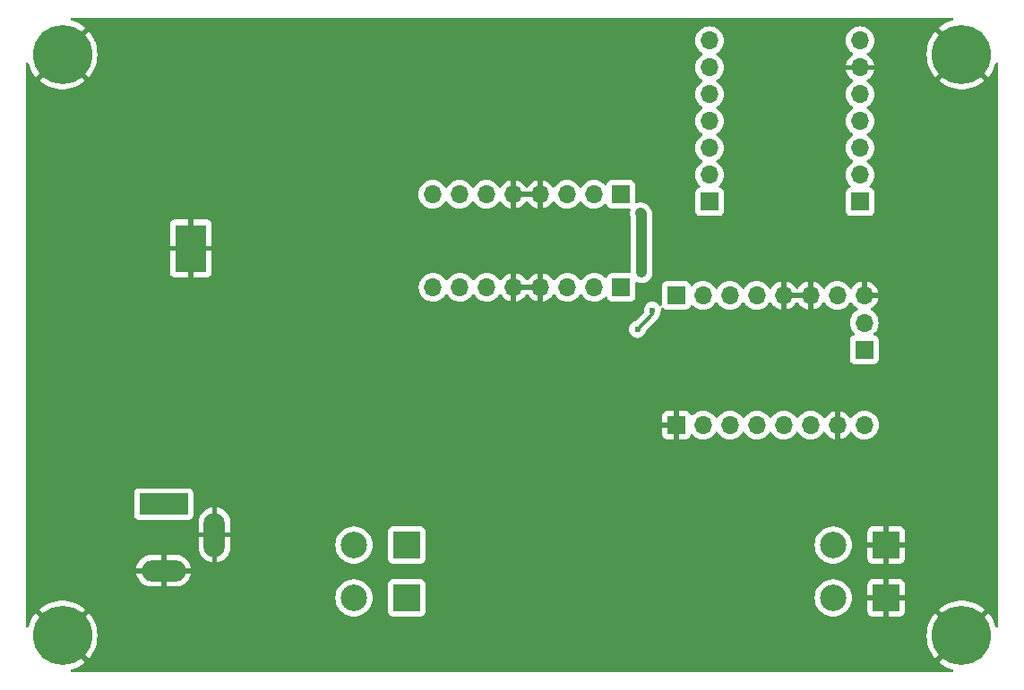
<source format=gbr>
%TF.GenerationSoftware,KiCad,Pcbnew,8.0.3*%
%TF.CreationDate,2024-07-18T14:58:56-04:00*%
%TF.ProjectId,Drop_Gen_PCB,44726f70-5f47-4656-9e5f-5043422e6b69,rev?*%
%TF.SameCoordinates,Original*%
%TF.FileFunction,Copper,L2,Bot*%
%TF.FilePolarity,Positive*%
%FSLAX46Y46*%
G04 Gerber Fmt 4.6, Leading zero omitted, Abs format (unit mm)*
G04 Created by KiCad (PCBNEW 8.0.3) date 2024-07-18 14:58:56*
%MOMM*%
%LPD*%
G01*
G04 APERTURE LIST*
%TA.AperFunction,ComponentPad*%
%ADD10C,5.600000*%
%TD*%
%TA.AperFunction,ComponentPad*%
%ADD11O,1.700000X1.700000*%
%TD*%
%TA.AperFunction,ComponentPad*%
%ADD12R,1.700000X1.700000*%
%TD*%
%TA.AperFunction,ComponentPad*%
%ADD13R,2.500000X2.500000*%
%TD*%
%TA.AperFunction,ComponentPad*%
%ADD14C,2.500000*%
%TD*%
%TA.AperFunction,ComponentPad*%
%ADD15R,4.600000X2.000000*%
%TD*%
%TA.AperFunction,ComponentPad*%
%ADD16O,4.200000X2.000000*%
%TD*%
%TA.AperFunction,ComponentPad*%
%ADD17O,2.000000X4.200000*%
%TD*%
%TA.AperFunction,ComponentPad*%
%ADD18C,0.600000*%
%TD*%
%TA.AperFunction,SMDPad,CuDef*%
%ADD19R,2.950000X4.500000*%
%TD*%
%TA.AperFunction,ViaPad*%
%ADD20C,0.700000*%
%TD*%
%TA.AperFunction,ViaPad*%
%ADD21C,0.600000*%
%TD*%
%TA.AperFunction,Conductor*%
%ADD22C,1.000000*%
%TD*%
%TA.AperFunction,Conductor*%
%ADD23C,0.300000*%
%TD*%
G04 APERTURE END LIST*
D10*
%TO.P,H4,1,1*%
%TO.N,GND*%
X148144200Y-152583000D03*
%TD*%
%TO.P,H3,1,1*%
%TO.N,GND*%
X63144200Y-152583000D03*
%TD*%
%TO.P,H2,1,1*%
%TO.N,GND*%
X63144200Y-97583000D03*
%TD*%
%TO.P,H1,1,1*%
%TO.N,GND*%
X148144200Y-97583000D03*
%TD*%
D11*
%TO.P,U1,1,D0*%
%TO.N,unconnected-(U1-D0-Pad1)*%
X124311000Y-96294800D03*
%TO.P,U1,2,D1*%
%TO.N,unconnected-(U1-D1-Pad2)*%
X124311000Y-98834800D03*
%TO.P,U1,3,D2*%
%TO.N,Signal*%
X124311000Y-101374800D03*
%TO.P,U1,4,D3*%
%TO.N,IN3*%
X124311000Y-103914800D03*
%TO.P,U1,5,D4/SDA*%
%TO.N,IN4*%
X124311000Y-106454800D03*
%TO.P,U1,6,D5/SCL*%
%TO.N,unconnected-(U1-D5{slash}SCL-Pad6)*%
X124311000Y-108994800D03*
D12*
%TO.P,U1,7,D6/TX*%
%TO.N,unconnected-(U1-D6{slash}TX-Pad7)*%
X124311000Y-111534800D03*
%TO.P,U1,8,D7/RX*%
%TO.N,DIAG*%
X138535000Y-111534800D03*
D11*
%TO.P,U1,9,D8/SCR*%
%TO.N,STEP*%
X138535000Y-108994800D03*
%TO.P,U1,10,D9/MISO*%
%TO.N,DIR*%
X138535000Y-106454800D03*
%TO.P,U1,11,D10/MOSI*%
%TO.N,Trigger*%
X138535000Y-103914800D03*
%TO.P,U1,12,V3V*%
%TO.N,unconnected-(U1-V3V-Pad12)*%
X138535000Y-101374800D03*
%TO.P,U1,13,GND*%
%TO.N,GND*%
X138535000Y-98834800D03*
%TO.P,U1,14,USB/5V*%
%TO.N,+5V*%
X138535000Y-96294800D03*
%TD*%
D12*
%TO.P,U2,1,GND*%
%TO.N,GND*%
X121172400Y-132642100D03*
D11*
%TO.P,U2,2,VIO*%
%TO.N,+5V*%
X123712400Y-132642100D03*
%TO.P,U2,3,M2B*%
%TO.N,Net-(U2-M2B)*%
X126252400Y-132642100D03*
%TO.P,U2,4,M1B*%
%TO.N,Net-(U2-M1B)*%
X128792400Y-132642100D03*
%TO.P,U2,5,M1A*%
%TO.N,Net-(U2-M1A)*%
X131332400Y-132642100D03*
%TO.P,U2,6,M2A*%
%TO.N,Net-(U2-M2A)*%
X133872400Y-132642100D03*
%TO.P,U2,7,GND*%
%TO.N,GND*%
X136412400Y-132642100D03*
%TO.P,U2,8,VM*%
%TO.N,+5V*%
X138952400Y-132642100D03*
D12*
%TO.P,U2,9,DIAG*%
%TO.N,DIAG*%
X138931200Y-125526700D03*
D11*
%TO.P,U2,10,INDEX*%
%TO.N,unconnected-(U2-INDEX-Pad10)*%
X138931200Y-122986700D03*
%TO.P,U2,11,EN*%
%TO.N,GND*%
X138930400Y-120395900D03*
%TO.P,U2,12,MS1*%
%TO.N,+5V*%
X136390400Y-120395900D03*
%TO.P,U2,13,MS2*%
%TO.N,GND*%
X133850400Y-120395900D03*
%TO.P,U2,14,SPRD*%
X131310400Y-120395900D03*
%TO.P,U2,15,UART*%
%TO.N,+5V*%
X128770400Y-120395900D03*
%TO.P,U2,16,PDN*%
X126230400Y-120395900D03*
%TO.P,U2,17,STEP*%
%TO.N,STEP*%
X123690400Y-120395900D03*
D12*
%TO.P,U2,18,DIR*%
%TO.N,DIR*%
X121150400Y-120395900D03*
%TD*%
D13*
%TO.P,J5,1,Pin_1*%
%TO.N,Piezo 1*%
X95700000Y-149000000D03*
X95700000Y-144000000D03*
D14*
%TO.P,J5,2,Pin_2*%
%TO.N,Piezo 2*%
X90700000Y-149000000D03*
X90700000Y-144000000D03*
%TD*%
D13*
%TO.P,J4,1,Pin_1*%
%TO.N,GND*%
X141000000Y-149000000D03*
X141000000Y-144000000D03*
D14*
%TO.P,J4,2,Pin_2*%
%TO.N,Trigger*%
X136000000Y-149000000D03*
X136000000Y-144000000D03*
%TD*%
D15*
%TO.P,J3,1*%
%TO.N,+30V*%
X72730600Y-140131800D03*
D16*
%TO.P,J3,2*%
%TO.N,GND*%
X72730600Y-146431800D03*
D17*
%TO.P,J3,3*%
X77530600Y-143031800D03*
%TD*%
D11*
%TO.P,U3,1,ENB*%
%TO.N,unconnected-(U3-ENB-Pad1)*%
X98187200Y-119617800D03*
%TO.P,U3,2,IN3*%
%TO.N,IN3*%
X100727200Y-119617800D03*
%TO.P,U3,3,OUT3*%
%TO.N,Piezo 2*%
X103267200Y-119617800D03*
%TO.P,U3,4,GND*%
%TO.N,GND*%
X105807200Y-119617800D03*
%TO.P,U3,5,GND*%
X108347200Y-119617800D03*
%TO.P,U3,6,OUT4*%
%TO.N,Piezo 1*%
X110887200Y-119617800D03*
%TO.P,U3,7,IN4*%
%TO.N,IN4*%
X113427200Y-119617800D03*
D12*
%TO.P,U3,8,VCC*%
%TO.N,+30V*%
X115967200Y-119617800D03*
%TO.P,U3,9,ENA*%
%TO.N,unconnected-(U3-ENA-Pad9)*%
X115925600Y-110820200D03*
D11*
%TO.P,U3,10,IN1*%
%TO.N,unconnected-(U3-IN1-Pad10)*%
X113385600Y-110820200D03*
%TO.P,U3,11,OUT1*%
%TO.N,unconnected-(U3-OUT1-Pad11)*%
X110845600Y-110820200D03*
%TO.P,U3,12,GND*%
%TO.N,GND*%
X108305600Y-110820200D03*
%TO.P,U3,13,GND*%
X105765600Y-110820200D03*
%TO.P,U3,14,OUT2*%
%TO.N,unconnected-(U3-OUT2-Pad14)*%
X103225600Y-110820200D03*
%TO.P,U3,15,IN2*%
%TO.N,unconnected-(U3-IN2-Pad15)*%
X100685600Y-110820200D03*
%TO.P,U3,16,VM*%
%TO.N,+5V*%
X98145600Y-110820200D03*
%TD*%
D18*
%TO.P,U4,9,GNDPAD*%
%TO.N,GND*%
X75885600Y-117741100D03*
X75885600Y-116541100D03*
X75885600Y-115241100D03*
X75885600Y-114141100D03*
D19*
X75285600Y-115941100D03*
D18*
X74685600Y-117741100D03*
X74685600Y-116541100D03*
X74685600Y-115241100D03*
X74685600Y-114141100D03*
%TD*%
D20*
%TO.N,GND*%
X120600000Y-99000000D03*
X108331000Y-121539000D03*
D21*
X74300000Y-119700000D03*
X63000000Y-108300000D03*
X71700000Y-103900000D03*
D20*
X80391000Y-106857800D03*
D21*
X62900000Y-105300000D03*
X123300000Y-151200000D03*
D20*
X63068200Y-111658400D03*
X108305600Y-108635800D03*
X65074800Y-111633000D03*
X124500000Y-125000000D03*
X122400000Y-128300000D03*
D21*
X107200000Y-152300000D03*
X76500000Y-108300000D03*
D20*
X67005200Y-111607600D03*
D21*
X74500000Y-109700000D03*
X72600000Y-111500000D03*
X68300000Y-103900000D03*
D20*
X68910200Y-111607600D03*
D21*
X76600000Y-119700000D03*
X65000000Y-103900000D03*
X76200000Y-103900000D03*
D20*
X80391000Y-104952800D03*
D21*
%TO.N,Signal*%
X118907107Y-121792893D03*
X117500000Y-123600000D03*
D20*
%TO.N,+5V*%
X117900000Y-118200000D03*
X117800000Y-112600000D03*
%TD*%
D22*
%TO.N,+5V*%
X117800000Y-112600000D02*
X117900000Y-112700000D01*
X117900000Y-112700000D02*
X117900000Y-118200000D01*
D23*
%TO.N,Signal*%
X118907107Y-122192893D02*
X117500000Y-123600000D01*
X118907107Y-121792893D02*
X118907107Y-122192893D01*
%TD*%
%TA.AperFunction,Conductor*%
%TO.N,GND*%
G36*
X133384475Y-120202907D02*
G01*
X133350400Y-120330074D01*
X133350400Y-120461726D01*
X133384475Y-120588893D01*
X133417388Y-120645900D01*
X131743412Y-120645900D01*
X131776325Y-120588893D01*
X131810400Y-120461726D01*
X131810400Y-120330074D01*
X131776325Y-120202907D01*
X131743412Y-120145900D01*
X133417388Y-120145900D01*
X133384475Y-120202907D01*
G37*
%TD.AperFunction*%
%TA.AperFunction,Conductor*%
G36*
X107881275Y-119424807D02*
G01*
X107847200Y-119551974D01*
X107847200Y-119683626D01*
X107881275Y-119810793D01*
X107914188Y-119867800D01*
X106240212Y-119867800D01*
X106273125Y-119810793D01*
X106307200Y-119683626D01*
X106307200Y-119551974D01*
X106273125Y-119424807D01*
X106240212Y-119367800D01*
X107914188Y-119367800D01*
X107881275Y-119424807D01*
G37*
%TD.AperFunction*%
%TA.AperFunction,Conductor*%
G36*
X107839675Y-110627207D02*
G01*
X107805600Y-110754374D01*
X107805600Y-110886026D01*
X107839675Y-111013193D01*
X107872588Y-111070200D01*
X106198612Y-111070200D01*
X106231525Y-111013193D01*
X106265600Y-110886026D01*
X106265600Y-110754374D01*
X106231525Y-110627207D01*
X106198612Y-110570200D01*
X107872588Y-110570200D01*
X107839675Y-110627207D01*
G37*
%TD.AperFunction*%
%TA.AperFunction,Conductor*%
G36*
X147317769Y-94169385D02*
G01*
X147363524Y-94222189D01*
X147373468Y-94291347D01*
X147344443Y-94354903D01*
X147285665Y-94392677D01*
X147277387Y-94394801D01*
X147260055Y-94398616D01*
X146920944Y-94512876D01*
X146920939Y-94512877D01*
X146596190Y-94663123D01*
X146289570Y-94847609D01*
X146289567Y-94847611D01*
X146004686Y-95064170D01*
X146004685Y-95064171D01*
X145991457Y-95076702D01*
X145991456Y-95076703D01*
X147203501Y-96288748D01*
X147101870Y-96362588D01*
X146923788Y-96540670D01*
X146849948Y-96642301D01*
X145640642Y-95432995D01*
X145640641Y-95432996D01*
X145513233Y-95582992D01*
X145312418Y-95879172D01*
X145144806Y-96195322D01*
X145144797Y-96195340D01*
X145012349Y-96527760D01*
X145012347Y-96527767D01*
X144916621Y-96872542D01*
X144916615Y-96872568D01*
X144858727Y-97225668D01*
X144858726Y-97225685D01*
X144839353Y-97582997D01*
X144839353Y-97583002D01*
X144858726Y-97940314D01*
X144858727Y-97940331D01*
X144916615Y-98293431D01*
X144916621Y-98293457D01*
X145012347Y-98638232D01*
X145012349Y-98638239D01*
X145144797Y-98970659D01*
X145144806Y-98970677D01*
X145312418Y-99286827D01*
X145513224Y-99582994D01*
X145513235Y-99583008D01*
X145640641Y-99733002D01*
X145640642Y-99733002D01*
X146849947Y-98523697D01*
X146923788Y-98625330D01*
X147101870Y-98803412D01*
X147203500Y-98877251D01*
X145991457Y-100089294D01*
X146004695Y-100101836D01*
X146289567Y-100318388D01*
X146289570Y-100318390D01*
X146596190Y-100502876D01*
X146920939Y-100653122D01*
X146920944Y-100653123D01*
X147260055Y-100767383D01*
X147609539Y-100844311D01*
X147965275Y-100882999D01*
X147965285Y-100883000D01*
X148323115Y-100883000D01*
X148323124Y-100882999D01*
X148678860Y-100844311D01*
X149028344Y-100767383D01*
X149367455Y-100653123D01*
X149367460Y-100653122D01*
X149692209Y-100502876D01*
X149998829Y-100318390D01*
X149998832Y-100318388D01*
X150283709Y-100101831D01*
X150296942Y-100089295D01*
X150296942Y-100089294D01*
X149084899Y-98877251D01*
X149186530Y-98803412D01*
X149364612Y-98625330D01*
X149438451Y-98523698D01*
X150647756Y-99733002D01*
X150775172Y-99582998D01*
X150775175Y-99582994D01*
X150975981Y-99286827D01*
X151143593Y-98970677D01*
X151143602Y-98970659D01*
X151276050Y-98638239D01*
X151276052Y-98638232D01*
X151334020Y-98429452D01*
X151370922Y-98370122D01*
X151434042Y-98340161D01*
X151503340Y-98349082D01*
X151556814Y-98394052D01*
X151577486Y-98460793D01*
X151577500Y-98462625D01*
X151577500Y-151703374D01*
X151557815Y-151770413D01*
X151505011Y-151816168D01*
X151435853Y-151826112D01*
X151372297Y-151797087D01*
X151334523Y-151738309D01*
X151334020Y-151736548D01*
X151276051Y-151527762D01*
X151276050Y-151527760D01*
X151143602Y-151195340D01*
X151143593Y-151195322D01*
X150975981Y-150879172D01*
X150775175Y-150583005D01*
X150775164Y-150582991D01*
X150647756Y-150432996D01*
X149438451Y-151642301D01*
X149364612Y-151540670D01*
X149186530Y-151362588D01*
X149084898Y-151288748D01*
X150296942Y-150076704D01*
X150283704Y-150064163D01*
X149998832Y-149847611D01*
X149998829Y-149847609D01*
X149692209Y-149663123D01*
X149367460Y-149512877D01*
X149367455Y-149512876D01*
X149028344Y-149398616D01*
X148678860Y-149321688D01*
X148323124Y-149283000D01*
X147965275Y-149283000D01*
X147609539Y-149321688D01*
X147260055Y-149398616D01*
X146920944Y-149512876D01*
X146920939Y-149512877D01*
X146596190Y-149663123D01*
X146289570Y-149847609D01*
X146289567Y-149847611D01*
X146004686Y-150064170D01*
X146004685Y-150064171D01*
X145991457Y-150076702D01*
X145991456Y-150076703D01*
X147203501Y-151288748D01*
X147101870Y-151362588D01*
X146923788Y-151540670D01*
X146849948Y-151642301D01*
X145640642Y-150432995D01*
X145640641Y-150432996D01*
X145513233Y-150582992D01*
X145312418Y-150879172D01*
X145144806Y-151195322D01*
X145144797Y-151195340D01*
X145012349Y-151527760D01*
X145012347Y-151527767D01*
X144916621Y-151872542D01*
X144916615Y-151872568D01*
X144858727Y-152225668D01*
X144858726Y-152225685D01*
X144839353Y-152582997D01*
X144839353Y-152583002D01*
X144858726Y-152940314D01*
X144858727Y-152940331D01*
X144916615Y-153293431D01*
X144916621Y-153293457D01*
X145012347Y-153638232D01*
X145012349Y-153638239D01*
X145144797Y-153970659D01*
X145144806Y-153970677D01*
X145312418Y-154286827D01*
X145513224Y-154582994D01*
X145513235Y-154583008D01*
X145640641Y-154733002D01*
X145640642Y-154733002D01*
X146849947Y-153523697D01*
X146923788Y-153625330D01*
X147101870Y-153803412D01*
X147203500Y-153877251D01*
X145991457Y-155089294D01*
X146004695Y-155101836D01*
X146289567Y-155318388D01*
X146289570Y-155318390D01*
X146596190Y-155502876D01*
X146920939Y-155653122D01*
X146920944Y-155653123D01*
X147260055Y-155767383D01*
X147277387Y-155771199D01*
X147338627Y-155804835D01*
X147371961Y-155866241D01*
X147366805Y-155935920D01*
X147324796Y-155991750D01*
X147259271Y-156016005D01*
X147250730Y-156016300D01*
X64037670Y-156016300D01*
X63970631Y-155996615D01*
X63924876Y-155943811D01*
X63914932Y-155874653D01*
X63943957Y-155811097D01*
X64002735Y-155773323D01*
X64011013Y-155771199D01*
X64028344Y-155767383D01*
X64367455Y-155653123D01*
X64367460Y-155653122D01*
X64692209Y-155502876D01*
X64998829Y-155318390D01*
X64998832Y-155318388D01*
X65283709Y-155101831D01*
X65296942Y-155089295D01*
X64084898Y-153877251D01*
X64186530Y-153803412D01*
X64364612Y-153625330D01*
X64438451Y-153523698D01*
X65647756Y-154733002D01*
X65775172Y-154582998D01*
X65775175Y-154582994D01*
X65975981Y-154286827D01*
X66143593Y-153970677D01*
X66143602Y-153970659D01*
X66276050Y-153638239D01*
X66276052Y-153638232D01*
X66371778Y-153293457D01*
X66371784Y-153293431D01*
X66429672Y-152940331D01*
X66429673Y-152940314D01*
X66449047Y-152583002D01*
X66449047Y-152582997D01*
X66429673Y-152225685D01*
X66429672Y-152225668D01*
X66371784Y-151872568D01*
X66371778Y-151872542D01*
X66276052Y-151527767D01*
X66276050Y-151527760D01*
X66143602Y-151195340D01*
X66143593Y-151195322D01*
X65975981Y-150879172D01*
X65775175Y-150583005D01*
X65775164Y-150582991D01*
X65647756Y-150432996D01*
X64438451Y-151642301D01*
X64364612Y-151540670D01*
X64186530Y-151362588D01*
X64084898Y-151288748D01*
X65296942Y-150076704D01*
X65283704Y-150064163D01*
X64998832Y-149847611D01*
X64998829Y-149847609D01*
X64692209Y-149663123D01*
X64367460Y-149512877D01*
X64367455Y-149512876D01*
X64028344Y-149398616D01*
X63678860Y-149321688D01*
X63323124Y-149283000D01*
X62965275Y-149283000D01*
X62609539Y-149321688D01*
X62260055Y-149398616D01*
X61920944Y-149512876D01*
X61920939Y-149512877D01*
X61596190Y-149663123D01*
X61289570Y-149847609D01*
X61289567Y-149847611D01*
X61004686Y-150064170D01*
X61004685Y-150064171D01*
X60991457Y-150076702D01*
X60991456Y-150076703D01*
X62203501Y-151288748D01*
X62101870Y-151362588D01*
X61923788Y-151540670D01*
X61849948Y-151642301D01*
X60640642Y-150432995D01*
X60640641Y-150432996D01*
X60513233Y-150582992D01*
X60312418Y-150879172D01*
X60144806Y-151195322D01*
X60144797Y-151195340D01*
X60012349Y-151527760D01*
X60012348Y-151527762D01*
X59954380Y-151736548D01*
X59917478Y-151795877D01*
X59854358Y-151825838D01*
X59785060Y-151816917D01*
X59731586Y-151771947D01*
X59710914Y-151705206D01*
X59710900Y-151703374D01*
X59710900Y-148999995D01*
X88944592Y-148999995D01*
X88944592Y-149000004D01*
X88964196Y-149261620D01*
X88964197Y-149261625D01*
X89022576Y-149517402D01*
X89022578Y-149517411D01*
X89022580Y-149517416D01*
X89118432Y-149761643D01*
X89249614Y-149988857D01*
X89309675Y-150064171D01*
X89413198Y-150193985D01*
X89525163Y-150297872D01*
X89605521Y-150372433D01*
X89822296Y-150520228D01*
X89822301Y-150520230D01*
X89822302Y-150520231D01*
X89822303Y-150520232D01*
X89947843Y-150580688D01*
X90058673Y-150634061D01*
X90058674Y-150634061D01*
X90058677Y-150634063D01*
X90309385Y-150711396D01*
X90568818Y-150750500D01*
X90831182Y-150750500D01*
X91090615Y-150711396D01*
X91341323Y-150634063D01*
X91577704Y-150520228D01*
X91794479Y-150372433D01*
X91986805Y-150193981D01*
X92150386Y-149988857D01*
X92281568Y-149761643D01*
X92377420Y-149517416D01*
X92435802Y-149261630D01*
X92440107Y-149204182D01*
X92455408Y-149000004D01*
X92455408Y-148999995D01*
X92435803Y-148738379D01*
X92435802Y-148738374D01*
X92435802Y-148738370D01*
X92377420Y-148482584D01*
X92281568Y-148238357D01*
X92150386Y-148011143D01*
X91986805Y-147806019D01*
X91986804Y-147806018D01*
X91986801Y-147806014D01*
X91874845Y-147702135D01*
X93949500Y-147702135D01*
X93949500Y-150297870D01*
X93949501Y-150297876D01*
X93955908Y-150357483D01*
X94006202Y-150492328D01*
X94006206Y-150492335D01*
X94092452Y-150607544D01*
X94092455Y-150607547D01*
X94207664Y-150693793D01*
X94207671Y-150693797D01*
X94342517Y-150744091D01*
X94342516Y-150744091D01*
X94349444Y-150744835D01*
X94402127Y-150750500D01*
X96997872Y-150750499D01*
X97057483Y-150744091D01*
X97192331Y-150693796D01*
X97307546Y-150607546D01*
X97393796Y-150492331D01*
X97444091Y-150357483D01*
X97450500Y-150297873D01*
X97450499Y-148999995D01*
X134244592Y-148999995D01*
X134244592Y-149000004D01*
X134264196Y-149261620D01*
X134264197Y-149261625D01*
X134322576Y-149517402D01*
X134322578Y-149517411D01*
X134322580Y-149517416D01*
X134418432Y-149761643D01*
X134549614Y-149988857D01*
X134609675Y-150064171D01*
X134713198Y-150193985D01*
X134825163Y-150297872D01*
X134905521Y-150372433D01*
X135122296Y-150520228D01*
X135122301Y-150520230D01*
X135122302Y-150520231D01*
X135122303Y-150520232D01*
X135247843Y-150580688D01*
X135358673Y-150634061D01*
X135358674Y-150634061D01*
X135358677Y-150634063D01*
X135609385Y-150711396D01*
X135868818Y-150750500D01*
X136131182Y-150750500D01*
X136390615Y-150711396D01*
X136641323Y-150634063D01*
X136877704Y-150520228D01*
X137094479Y-150372433D01*
X137286805Y-150193981D01*
X137450386Y-149988857D01*
X137581568Y-149761643D01*
X137677420Y-149517416D01*
X137735802Y-149261630D01*
X137740107Y-149204182D01*
X137755408Y-149000004D01*
X137755408Y-148999995D01*
X137735803Y-148738379D01*
X137735802Y-148738374D01*
X137735802Y-148738370D01*
X137677420Y-148482584D01*
X137581568Y-148238357D01*
X137450386Y-148011143D01*
X137286805Y-147806019D01*
X137286804Y-147806018D01*
X137286801Y-147806014D01*
X137174867Y-147702155D01*
X139250000Y-147702155D01*
X139250000Y-148750000D01*
X140345880Y-148750000D01*
X140326902Y-148795818D01*
X140300001Y-148931056D01*
X140300001Y-149068944D01*
X140326902Y-149204182D01*
X140345880Y-149250000D01*
X139250000Y-149250000D01*
X139250000Y-150297844D01*
X139256401Y-150357372D01*
X139256403Y-150357379D01*
X139306645Y-150492086D01*
X139306649Y-150492093D01*
X139392809Y-150607187D01*
X139392812Y-150607190D01*
X139507906Y-150693350D01*
X139507913Y-150693354D01*
X139642620Y-150743596D01*
X139642627Y-150743598D01*
X139702155Y-150749999D01*
X139702172Y-150750000D01*
X140750000Y-150750000D01*
X140750000Y-149654119D01*
X140795818Y-149673098D01*
X140931056Y-149699999D01*
X141068944Y-149699999D01*
X141204182Y-149673098D01*
X141250000Y-149654119D01*
X141250000Y-150750000D01*
X142297828Y-150750000D01*
X142297844Y-150749999D01*
X142357372Y-150743598D01*
X142357379Y-150743596D01*
X142492086Y-150693354D01*
X142492093Y-150693350D01*
X142607187Y-150607190D01*
X142607190Y-150607187D01*
X142693350Y-150492093D01*
X142693354Y-150492086D01*
X142743596Y-150357379D01*
X142743598Y-150357372D01*
X142749999Y-150297844D01*
X142750000Y-150297827D01*
X142750000Y-149250000D01*
X141654120Y-149250000D01*
X141673098Y-149204182D01*
X141699999Y-149068944D01*
X141699999Y-148931056D01*
X141673098Y-148795818D01*
X141654120Y-148750000D01*
X142750000Y-148750000D01*
X142750000Y-147702172D01*
X142749999Y-147702155D01*
X142743598Y-147642627D01*
X142743596Y-147642620D01*
X142693354Y-147507913D01*
X142693350Y-147507906D01*
X142607190Y-147392812D01*
X142607187Y-147392809D01*
X142492093Y-147306649D01*
X142492086Y-147306645D01*
X142357379Y-147256403D01*
X142357372Y-147256401D01*
X142297844Y-147250000D01*
X141250000Y-147250000D01*
X141250000Y-148345880D01*
X141204182Y-148326902D01*
X141068944Y-148300001D01*
X140931056Y-148300001D01*
X140795818Y-148326902D01*
X140750000Y-148345880D01*
X140750000Y-147250000D01*
X139702155Y-147250000D01*
X139642627Y-147256401D01*
X139642620Y-147256403D01*
X139507913Y-147306645D01*
X139507906Y-147306649D01*
X139392812Y-147392809D01*
X139392809Y-147392812D01*
X139306649Y-147507906D01*
X139306645Y-147507913D01*
X139256403Y-147642620D01*
X139256401Y-147642627D01*
X139250000Y-147702155D01*
X137174867Y-147702155D01*
X137094479Y-147627567D01*
X137018746Y-147575933D01*
X136877704Y-147479772D01*
X136877700Y-147479770D01*
X136877697Y-147479768D01*
X136877696Y-147479767D01*
X136641325Y-147365938D01*
X136641327Y-147365938D01*
X136390623Y-147288606D01*
X136390619Y-147288605D01*
X136390615Y-147288604D01*
X136265823Y-147269794D01*
X136131187Y-147249500D01*
X136131182Y-147249500D01*
X135868818Y-147249500D01*
X135868812Y-147249500D01*
X135707247Y-147273853D01*
X135609385Y-147288604D01*
X135609382Y-147288605D01*
X135609376Y-147288606D01*
X135358673Y-147365938D01*
X135122303Y-147479767D01*
X135122302Y-147479768D01*
X134905520Y-147627567D01*
X134713198Y-147806014D01*
X134549614Y-148011143D01*
X134418432Y-148238356D01*
X134322582Y-148482578D01*
X134322576Y-148482597D01*
X134264197Y-148738374D01*
X134264196Y-148738379D01*
X134244592Y-148999995D01*
X97450499Y-148999995D01*
X97450499Y-147702128D01*
X97444091Y-147642517D01*
X97393884Y-147507906D01*
X97393797Y-147507671D01*
X97393793Y-147507664D01*
X97307547Y-147392455D01*
X97307544Y-147392452D01*
X97192335Y-147306206D01*
X97192328Y-147306202D01*
X97057482Y-147255908D01*
X97057483Y-147255908D01*
X96997883Y-147249501D01*
X96997881Y-147249500D01*
X96997873Y-147249500D01*
X96997864Y-147249500D01*
X94402129Y-147249500D01*
X94402123Y-147249501D01*
X94342516Y-147255908D01*
X94207671Y-147306202D01*
X94207664Y-147306206D01*
X94092455Y-147392452D01*
X94092452Y-147392455D01*
X94006206Y-147507664D01*
X94006202Y-147507671D01*
X93955908Y-147642517D01*
X93949501Y-147702116D01*
X93949501Y-147702123D01*
X93949500Y-147702135D01*
X91874845Y-147702135D01*
X91794479Y-147627567D01*
X91718746Y-147575933D01*
X91577704Y-147479772D01*
X91577700Y-147479770D01*
X91577697Y-147479768D01*
X91577696Y-147479767D01*
X91341325Y-147365938D01*
X91341327Y-147365938D01*
X91090623Y-147288606D01*
X91090619Y-147288605D01*
X91090615Y-147288604D01*
X90965823Y-147269794D01*
X90831187Y-147249500D01*
X90831182Y-147249500D01*
X90568818Y-147249500D01*
X90568812Y-147249500D01*
X90407247Y-147273853D01*
X90309385Y-147288604D01*
X90309382Y-147288605D01*
X90309376Y-147288606D01*
X90058673Y-147365938D01*
X89822303Y-147479767D01*
X89822302Y-147479768D01*
X89605520Y-147627567D01*
X89413198Y-147806014D01*
X89249614Y-148011143D01*
X89118432Y-148238356D01*
X89022582Y-148482578D01*
X89022576Y-148482597D01*
X88964197Y-148738374D01*
X88964196Y-148738379D01*
X88944592Y-148999995D01*
X59710900Y-148999995D01*
X59710900Y-146181800D01*
X70151498Y-146181800D01*
X71197588Y-146181800D01*
X71164675Y-146238807D01*
X71130600Y-146365974D01*
X71130600Y-146497626D01*
X71164675Y-146624793D01*
X71197588Y-146681800D01*
X70151498Y-146681800D01*
X70167534Y-146783047D01*
X70240497Y-147007602D01*
X70347685Y-147217971D01*
X70486466Y-147408986D01*
X70653413Y-147575933D01*
X70844428Y-147714714D01*
X71054797Y-147821902D01*
X71279352Y-147894865D01*
X71279351Y-147894865D01*
X71512548Y-147931800D01*
X72480600Y-147931800D01*
X72480600Y-146931800D01*
X72980600Y-146931800D01*
X72980600Y-147931800D01*
X73948652Y-147931800D01*
X74181847Y-147894865D01*
X74406402Y-147821902D01*
X74616771Y-147714714D01*
X74807786Y-147575933D01*
X74974733Y-147408986D01*
X75113514Y-147217971D01*
X75220702Y-147007602D01*
X75293665Y-146783047D01*
X75309702Y-146681800D01*
X74263612Y-146681800D01*
X74296525Y-146624793D01*
X74330600Y-146497626D01*
X74330600Y-146365974D01*
X74296525Y-146238807D01*
X74263612Y-146181800D01*
X75309702Y-146181800D01*
X75293665Y-146080552D01*
X75220702Y-145855997D01*
X75113514Y-145645628D01*
X74974733Y-145454613D01*
X74807786Y-145287666D01*
X74616771Y-145148885D01*
X74406402Y-145041697D01*
X74181847Y-144968734D01*
X74181848Y-144968734D01*
X73948652Y-144931800D01*
X72980600Y-144931800D01*
X72980600Y-145931800D01*
X72480600Y-145931800D01*
X72480600Y-144931800D01*
X71512548Y-144931800D01*
X71279352Y-144968734D01*
X71054797Y-145041697D01*
X70844428Y-145148885D01*
X70653413Y-145287666D01*
X70486466Y-145454613D01*
X70347685Y-145645628D01*
X70240497Y-145855997D01*
X70167534Y-146080552D01*
X70151498Y-146181800D01*
X59710900Y-146181800D01*
X59710900Y-141813747D01*
X76030600Y-141813747D01*
X76030600Y-142781800D01*
X77030600Y-142781800D01*
X77030600Y-143281800D01*
X76030600Y-143281800D01*
X76030600Y-144249852D01*
X76067534Y-144483047D01*
X76140497Y-144707602D01*
X76247685Y-144917971D01*
X76386466Y-145108986D01*
X76553413Y-145275933D01*
X76744428Y-145414714D01*
X76954795Y-145521902D01*
X77179344Y-145594863D01*
X77179350Y-145594865D01*
X77280600Y-145610901D01*
X77280600Y-144564812D01*
X77337607Y-144597725D01*
X77464774Y-144631800D01*
X77596426Y-144631800D01*
X77723593Y-144597725D01*
X77780600Y-144564812D01*
X77780600Y-145610900D01*
X77881849Y-145594865D01*
X77881855Y-145594863D01*
X78106404Y-145521902D01*
X78316771Y-145414714D01*
X78507786Y-145275933D01*
X78674733Y-145108986D01*
X78813514Y-144917971D01*
X78920702Y-144707602D01*
X78993665Y-144483047D01*
X79030600Y-144249852D01*
X79030600Y-143999995D01*
X88944592Y-143999995D01*
X88944592Y-144000004D01*
X88964196Y-144261620D01*
X88964197Y-144261625D01*
X89022576Y-144517402D01*
X89022578Y-144517411D01*
X89022580Y-144517416D01*
X89118432Y-144761643D01*
X89249614Y-144988857D01*
X89291753Y-145041697D01*
X89413198Y-145193985D01*
X89525163Y-145297872D01*
X89605521Y-145372433D01*
X89822296Y-145520228D01*
X89822301Y-145520230D01*
X89822302Y-145520231D01*
X89822303Y-145520232D01*
X89947843Y-145580688D01*
X90058673Y-145634061D01*
X90058674Y-145634061D01*
X90058677Y-145634063D01*
X90309385Y-145711396D01*
X90568818Y-145750500D01*
X90831182Y-145750500D01*
X91090615Y-145711396D01*
X91341323Y-145634063D01*
X91577704Y-145520228D01*
X91794479Y-145372433D01*
X91986805Y-145193981D01*
X92150386Y-144988857D01*
X92281568Y-144761643D01*
X92377420Y-144517416D01*
X92435802Y-144261630D01*
X92440107Y-144204182D01*
X92455408Y-144000004D01*
X92455408Y-143999995D01*
X92435803Y-143738379D01*
X92435802Y-143738374D01*
X92435802Y-143738370D01*
X92377420Y-143482584D01*
X92281568Y-143238357D01*
X92150386Y-143011143D01*
X91986805Y-142806019D01*
X91986804Y-142806018D01*
X91986801Y-142806014D01*
X91874845Y-142702135D01*
X93949500Y-142702135D01*
X93949500Y-145297870D01*
X93949501Y-145297876D01*
X93955908Y-145357483D01*
X94006202Y-145492328D01*
X94006206Y-145492335D01*
X94092452Y-145607544D01*
X94092455Y-145607547D01*
X94207664Y-145693793D01*
X94207671Y-145693797D01*
X94342517Y-145744091D01*
X94342516Y-145744091D01*
X94349444Y-145744835D01*
X94402127Y-145750500D01*
X96997872Y-145750499D01*
X97057483Y-145744091D01*
X97192331Y-145693796D01*
X97307546Y-145607546D01*
X97393796Y-145492331D01*
X97444091Y-145357483D01*
X97450500Y-145297873D01*
X97450499Y-143999995D01*
X134244592Y-143999995D01*
X134244592Y-144000004D01*
X134264196Y-144261620D01*
X134264197Y-144261625D01*
X134322576Y-144517402D01*
X134322578Y-144517411D01*
X134322580Y-144517416D01*
X134418432Y-144761643D01*
X134549614Y-144988857D01*
X134591753Y-145041697D01*
X134713198Y-145193985D01*
X134825163Y-145297872D01*
X134905521Y-145372433D01*
X135122296Y-145520228D01*
X135122301Y-145520230D01*
X135122302Y-145520231D01*
X135122303Y-145520232D01*
X135247843Y-145580688D01*
X135358673Y-145634061D01*
X135358674Y-145634061D01*
X135358677Y-145634063D01*
X135609385Y-145711396D01*
X135868818Y-145750500D01*
X136131182Y-145750500D01*
X136390615Y-145711396D01*
X136641323Y-145634063D01*
X136877704Y-145520228D01*
X137094479Y-145372433D01*
X137286805Y-145193981D01*
X137450386Y-144988857D01*
X137581568Y-144761643D01*
X137677420Y-144517416D01*
X137735802Y-144261630D01*
X137740107Y-144204182D01*
X137755408Y-144000004D01*
X137755408Y-143999995D01*
X137735803Y-143738379D01*
X137735802Y-143738374D01*
X137735802Y-143738370D01*
X137677420Y-143482584D01*
X137581568Y-143238357D01*
X137450386Y-143011143D01*
X137286805Y-142806019D01*
X137286804Y-142806018D01*
X137286801Y-142806014D01*
X137174867Y-142702155D01*
X139250000Y-142702155D01*
X139250000Y-143750000D01*
X140345880Y-143750000D01*
X140326902Y-143795818D01*
X140300001Y-143931056D01*
X140300001Y-144068944D01*
X140326902Y-144204182D01*
X140345880Y-144250000D01*
X139250000Y-144250000D01*
X139250000Y-145297844D01*
X139256401Y-145357372D01*
X139256403Y-145357379D01*
X139306645Y-145492086D01*
X139306649Y-145492093D01*
X139392809Y-145607187D01*
X139392812Y-145607190D01*
X139507906Y-145693350D01*
X139507913Y-145693354D01*
X139642620Y-145743596D01*
X139642627Y-145743598D01*
X139702155Y-145749999D01*
X139702172Y-145750000D01*
X140750000Y-145750000D01*
X140750000Y-144654119D01*
X140795818Y-144673098D01*
X140931056Y-144699999D01*
X141068944Y-144699999D01*
X141204182Y-144673098D01*
X141250000Y-144654119D01*
X141250000Y-145750000D01*
X142297828Y-145750000D01*
X142297844Y-145749999D01*
X142357372Y-145743598D01*
X142357379Y-145743596D01*
X142492086Y-145693354D01*
X142492093Y-145693350D01*
X142607187Y-145607190D01*
X142607190Y-145607187D01*
X142693350Y-145492093D01*
X142693354Y-145492086D01*
X142743596Y-145357379D01*
X142743598Y-145357372D01*
X142749999Y-145297844D01*
X142750000Y-145297827D01*
X142750000Y-144250000D01*
X141654120Y-144250000D01*
X141673098Y-144204182D01*
X141699999Y-144068944D01*
X141699999Y-143931056D01*
X141673098Y-143795818D01*
X141654120Y-143750000D01*
X142750000Y-143750000D01*
X142750000Y-142702172D01*
X142749999Y-142702155D01*
X142743598Y-142642627D01*
X142743596Y-142642620D01*
X142693354Y-142507913D01*
X142693350Y-142507906D01*
X142607190Y-142392812D01*
X142607187Y-142392809D01*
X142492093Y-142306649D01*
X142492086Y-142306645D01*
X142357379Y-142256403D01*
X142357372Y-142256401D01*
X142297844Y-142250000D01*
X141250000Y-142250000D01*
X141250000Y-143345880D01*
X141204182Y-143326902D01*
X141068944Y-143300001D01*
X140931056Y-143300001D01*
X140795818Y-143326902D01*
X140750000Y-143345880D01*
X140750000Y-142250000D01*
X139702155Y-142250000D01*
X139642627Y-142256401D01*
X139642620Y-142256403D01*
X139507913Y-142306645D01*
X139507906Y-142306649D01*
X139392812Y-142392809D01*
X139392809Y-142392812D01*
X139306649Y-142507906D01*
X139306645Y-142507913D01*
X139256403Y-142642620D01*
X139256401Y-142642627D01*
X139250000Y-142702155D01*
X137174867Y-142702155D01*
X137094479Y-142627567D01*
X136877704Y-142479772D01*
X136877700Y-142479770D01*
X136877697Y-142479768D01*
X136877696Y-142479767D01*
X136641325Y-142365938D01*
X136641327Y-142365938D01*
X136390623Y-142288606D01*
X136390619Y-142288605D01*
X136390615Y-142288604D01*
X136265823Y-142269794D01*
X136131187Y-142249500D01*
X136131182Y-142249500D01*
X135868818Y-142249500D01*
X135868812Y-142249500D01*
X135707247Y-142273853D01*
X135609385Y-142288604D01*
X135609382Y-142288605D01*
X135609376Y-142288606D01*
X135358673Y-142365938D01*
X135122303Y-142479767D01*
X135122302Y-142479768D01*
X134905520Y-142627567D01*
X134713198Y-142806014D01*
X134549614Y-143011143D01*
X134418432Y-143238356D01*
X134322582Y-143482578D01*
X134322576Y-143482597D01*
X134264197Y-143738374D01*
X134264196Y-143738379D01*
X134244592Y-143999995D01*
X97450499Y-143999995D01*
X97450499Y-142702128D01*
X97444091Y-142642517D01*
X97393884Y-142507906D01*
X97393797Y-142507671D01*
X97393793Y-142507664D01*
X97307547Y-142392455D01*
X97307544Y-142392452D01*
X97192335Y-142306206D01*
X97192328Y-142306202D01*
X97057482Y-142255908D01*
X97057483Y-142255908D01*
X96997883Y-142249501D01*
X96997881Y-142249500D01*
X96997873Y-142249500D01*
X96997864Y-142249500D01*
X94402129Y-142249500D01*
X94402123Y-142249501D01*
X94342516Y-142255908D01*
X94207671Y-142306202D01*
X94207664Y-142306206D01*
X94092455Y-142392452D01*
X94092452Y-142392455D01*
X94006206Y-142507664D01*
X94006202Y-142507671D01*
X93955908Y-142642517D01*
X93949501Y-142702116D01*
X93949501Y-142702123D01*
X93949500Y-142702135D01*
X91874845Y-142702135D01*
X91794479Y-142627567D01*
X91577704Y-142479772D01*
X91577700Y-142479770D01*
X91577697Y-142479768D01*
X91577696Y-142479767D01*
X91341325Y-142365938D01*
X91341327Y-142365938D01*
X91090623Y-142288606D01*
X91090619Y-142288605D01*
X91090615Y-142288604D01*
X90965823Y-142269794D01*
X90831187Y-142249500D01*
X90831182Y-142249500D01*
X90568818Y-142249500D01*
X90568812Y-142249500D01*
X90407247Y-142273853D01*
X90309385Y-142288604D01*
X90309382Y-142288605D01*
X90309376Y-142288606D01*
X90058673Y-142365938D01*
X89822303Y-142479767D01*
X89822302Y-142479768D01*
X89605520Y-142627567D01*
X89413198Y-142806014D01*
X89249614Y-143011143D01*
X89118432Y-143238356D01*
X89022582Y-143482578D01*
X89022576Y-143482597D01*
X88964197Y-143738374D01*
X88964196Y-143738379D01*
X88944592Y-143999995D01*
X79030600Y-143999995D01*
X79030600Y-143281800D01*
X78030600Y-143281800D01*
X78030600Y-142781800D01*
X79030600Y-142781800D01*
X79030600Y-141813747D01*
X78993665Y-141580552D01*
X78920702Y-141355997D01*
X78813514Y-141145628D01*
X78674733Y-140954613D01*
X78507786Y-140787666D01*
X78316771Y-140648885D01*
X78106402Y-140541697D01*
X77881847Y-140468734D01*
X77780600Y-140452697D01*
X77780600Y-141498788D01*
X77723593Y-141465875D01*
X77596426Y-141431800D01*
X77464774Y-141431800D01*
X77337607Y-141465875D01*
X77280600Y-141498788D01*
X77280600Y-140452697D01*
X77179352Y-140468734D01*
X76954797Y-140541697D01*
X76744428Y-140648885D01*
X76553413Y-140787666D01*
X76386466Y-140954613D01*
X76247685Y-141145628D01*
X76140497Y-141355997D01*
X76067534Y-141580552D01*
X76030600Y-141813747D01*
X59710900Y-141813747D01*
X59710900Y-139083935D01*
X69930100Y-139083935D01*
X69930100Y-141179670D01*
X69930101Y-141179676D01*
X69936508Y-141239283D01*
X69986802Y-141374128D01*
X69986806Y-141374135D01*
X70073052Y-141489344D01*
X70073055Y-141489347D01*
X70188264Y-141575593D01*
X70188271Y-141575597D01*
X70323117Y-141625891D01*
X70323116Y-141625891D01*
X70330044Y-141626635D01*
X70382727Y-141632300D01*
X75078472Y-141632299D01*
X75138083Y-141625891D01*
X75272931Y-141575596D01*
X75388146Y-141489346D01*
X75474396Y-141374131D01*
X75524691Y-141239283D01*
X75531100Y-141179673D01*
X75531099Y-139083928D01*
X75524691Y-139024317D01*
X75474396Y-138889469D01*
X75474395Y-138889468D01*
X75474393Y-138889464D01*
X75388147Y-138774255D01*
X75388144Y-138774252D01*
X75272935Y-138688006D01*
X75272928Y-138688002D01*
X75138082Y-138637708D01*
X75138083Y-138637708D01*
X75078483Y-138631301D01*
X75078481Y-138631300D01*
X75078473Y-138631300D01*
X75078464Y-138631300D01*
X70382729Y-138631300D01*
X70382723Y-138631301D01*
X70323116Y-138637708D01*
X70188271Y-138688002D01*
X70188264Y-138688006D01*
X70073055Y-138774252D01*
X70073052Y-138774255D01*
X69986806Y-138889464D01*
X69986802Y-138889471D01*
X69936508Y-139024317D01*
X69930101Y-139083916D01*
X69930101Y-139083923D01*
X69930100Y-139083935D01*
X59710900Y-139083935D01*
X59710900Y-131744255D01*
X119822400Y-131744255D01*
X119822400Y-132392100D01*
X120739388Y-132392100D01*
X120706475Y-132449107D01*
X120672400Y-132576274D01*
X120672400Y-132707926D01*
X120706475Y-132835093D01*
X120739388Y-132892100D01*
X119822400Y-132892100D01*
X119822400Y-133539944D01*
X119828801Y-133599472D01*
X119828803Y-133599479D01*
X119879045Y-133734186D01*
X119879049Y-133734193D01*
X119965209Y-133849287D01*
X119965212Y-133849290D01*
X120080306Y-133935450D01*
X120080313Y-133935454D01*
X120215020Y-133985696D01*
X120215027Y-133985698D01*
X120274555Y-133992099D01*
X120274572Y-133992100D01*
X120922400Y-133992100D01*
X120922400Y-133075112D01*
X120979407Y-133108025D01*
X121106574Y-133142100D01*
X121238226Y-133142100D01*
X121365393Y-133108025D01*
X121422400Y-133075112D01*
X121422400Y-133992100D01*
X122070228Y-133992100D01*
X122070244Y-133992099D01*
X122129772Y-133985698D01*
X122129779Y-133985696D01*
X122264486Y-133935454D01*
X122264493Y-133935450D01*
X122379587Y-133849290D01*
X122379590Y-133849287D01*
X122465750Y-133734193D01*
X122465754Y-133734186D01*
X122514822Y-133602629D01*
X122556693Y-133546695D01*
X122622157Y-133522278D01*
X122690430Y-133537130D01*
X122718685Y-133558281D01*
X122840999Y-133680595D01*
X122917535Y-133734186D01*
X123034565Y-133816132D01*
X123034567Y-133816133D01*
X123034570Y-133816135D01*
X123248737Y-133916003D01*
X123476992Y-133977163D01*
X123647719Y-133992100D01*
X123712399Y-133997759D01*
X123712400Y-133997759D01*
X123712401Y-133997759D01*
X123777081Y-133992100D01*
X123947808Y-133977163D01*
X124176063Y-133916003D01*
X124390230Y-133816135D01*
X124583801Y-133680595D01*
X124750895Y-133513501D01*
X124880825Y-133327942D01*
X124935402Y-133284317D01*
X125004900Y-133277123D01*
X125067255Y-133308646D01*
X125083975Y-133327942D01*
X125213900Y-133513495D01*
X125213905Y-133513501D01*
X125380999Y-133680595D01*
X125457535Y-133734186D01*
X125574565Y-133816132D01*
X125574567Y-133816133D01*
X125574570Y-133816135D01*
X125788737Y-133916003D01*
X126016992Y-133977163D01*
X126187719Y-133992100D01*
X126252399Y-133997759D01*
X126252400Y-133997759D01*
X126252401Y-133997759D01*
X126317081Y-133992100D01*
X126487808Y-133977163D01*
X126716063Y-133916003D01*
X126930230Y-133816135D01*
X127123801Y-133680595D01*
X127290895Y-133513501D01*
X127420825Y-133327942D01*
X127475402Y-133284317D01*
X127544900Y-133277123D01*
X127607255Y-133308646D01*
X127623975Y-133327942D01*
X127753900Y-133513495D01*
X127753905Y-133513501D01*
X127920999Y-133680595D01*
X127997535Y-133734186D01*
X128114565Y-133816132D01*
X128114567Y-133816133D01*
X128114570Y-133816135D01*
X128328737Y-133916003D01*
X128556992Y-133977163D01*
X128727719Y-133992100D01*
X128792399Y-133997759D01*
X128792400Y-133997759D01*
X128792401Y-133997759D01*
X128857081Y-133992100D01*
X129027808Y-133977163D01*
X129256063Y-133916003D01*
X129470230Y-133816135D01*
X129663801Y-133680595D01*
X129830895Y-133513501D01*
X129960825Y-133327942D01*
X130015402Y-133284317D01*
X130084900Y-133277123D01*
X130147255Y-133308646D01*
X130163975Y-133327942D01*
X130293900Y-133513495D01*
X130293905Y-133513501D01*
X130460999Y-133680595D01*
X130537535Y-133734186D01*
X130654565Y-133816132D01*
X130654567Y-133816133D01*
X130654570Y-133816135D01*
X130868737Y-133916003D01*
X131096992Y-133977163D01*
X131267719Y-133992100D01*
X131332399Y-133997759D01*
X131332400Y-133997759D01*
X131332401Y-133997759D01*
X131397081Y-133992100D01*
X131567808Y-133977163D01*
X131796063Y-133916003D01*
X132010230Y-133816135D01*
X132203801Y-133680595D01*
X132370895Y-133513501D01*
X132500825Y-133327942D01*
X132555402Y-133284317D01*
X132624900Y-133277123D01*
X132687255Y-133308646D01*
X132703975Y-133327942D01*
X132833900Y-133513495D01*
X132833905Y-133513501D01*
X133000999Y-133680595D01*
X133077535Y-133734186D01*
X133194565Y-133816132D01*
X133194567Y-133816133D01*
X133194570Y-133816135D01*
X133408737Y-133916003D01*
X133636992Y-133977163D01*
X133807719Y-133992100D01*
X133872399Y-133997759D01*
X133872400Y-133997759D01*
X133872401Y-133997759D01*
X133937081Y-133992100D01*
X134107808Y-133977163D01*
X134336063Y-133916003D01*
X134550230Y-133816135D01*
X134743801Y-133680595D01*
X134910895Y-133513501D01*
X135041130Y-133327505D01*
X135095707Y-133283881D01*
X135165205Y-133276687D01*
X135227560Y-133308210D01*
X135244279Y-133327505D01*
X135374290Y-133513178D01*
X135541317Y-133680205D01*
X135734821Y-133815700D01*
X135948907Y-133915529D01*
X135948916Y-133915533D01*
X136162400Y-133972734D01*
X136162400Y-133075112D01*
X136219407Y-133108025D01*
X136346574Y-133142100D01*
X136478226Y-133142100D01*
X136605393Y-133108025D01*
X136662400Y-133075112D01*
X136662400Y-133972733D01*
X136875883Y-133915533D01*
X136875892Y-133915529D01*
X137089978Y-133815700D01*
X137283482Y-133680205D01*
X137450505Y-133513182D01*
X137580519Y-133327505D01*
X137635096Y-133283881D01*
X137704595Y-133276688D01*
X137766949Y-133308210D01*
X137783669Y-133327505D01*
X137913905Y-133513501D01*
X138080999Y-133680595D01*
X138157535Y-133734186D01*
X138274565Y-133816132D01*
X138274567Y-133816133D01*
X138274570Y-133816135D01*
X138488737Y-133916003D01*
X138716992Y-133977163D01*
X138887719Y-133992100D01*
X138952399Y-133997759D01*
X138952400Y-133997759D01*
X138952401Y-133997759D01*
X139017081Y-133992100D01*
X139187808Y-133977163D01*
X139416063Y-133916003D01*
X139630230Y-133816135D01*
X139823801Y-133680595D01*
X139990895Y-133513501D01*
X140126435Y-133319930D01*
X140226303Y-133105763D01*
X140287463Y-132877508D01*
X140308059Y-132642100D01*
X140287463Y-132406692D01*
X140226303Y-132178437D01*
X140126435Y-131964271D01*
X140121131Y-131956695D01*
X139990894Y-131770697D01*
X139823802Y-131603606D01*
X139823795Y-131603601D01*
X139630234Y-131468067D01*
X139630230Y-131468065D01*
X139559127Y-131434909D01*
X139416063Y-131368197D01*
X139416059Y-131368196D01*
X139416055Y-131368194D01*
X139187813Y-131307038D01*
X139187803Y-131307036D01*
X138952401Y-131286441D01*
X138952399Y-131286441D01*
X138716996Y-131307036D01*
X138716986Y-131307038D01*
X138488744Y-131368194D01*
X138488735Y-131368198D01*
X138274571Y-131468064D01*
X138274569Y-131468065D01*
X138080997Y-131603605D01*
X137913908Y-131770694D01*
X137783669Y-131956695D01*
X137729092Y-132000319D01*
X137659593Y-132007512D01*
X137597239Y-131975990D01*
X137580519Y-131956694D01*
X137450513Y-131771026D01*
X137450508Y-131771020D01*
X137283482Y-131603994D01*
X137089978Y-131468499D01*
X136875892Y-131368670D01*
X136875886Y-131368667D01*
X136662400Y-131311464D01*
X136662400Y-132209088D01*
X136605393Y-132176175D01*
X136478226Y-132142100D01*
X136346574Y-132142100D01*
X136219407Y-132176175D01*
X136162400Y-132209088D01*
X136162400Y-131311464D01*
X136162399Y-131311464D01*
X135948913Y-131368667D01*
X135948907Y-131368670D01*
X135734822Y-131468499D01*
X135734820Y-131468500D01*
X135541326Y-131603986D01*
X135541320Y-131603991D01*
X135374291Y-131771020D01*
X135374290Y-131771022D01*
X135244280Y-131956695D01*
X135189703Y-132000319D01*
X135120204Y-132007512D01*
X135057850Y-131975990D01*
X135041130Y-131956694D01*
X134910894Y-131770697D01*
X134743802Y-131603606D01*
X134743795Y-131603601D01*
X134550234Y-131468067D01*
X134550230Y-131468065D01*
X134479127Y-131434909D01*
X134336063Y-131368197D01*
X134336059Y-131368196D01*
X134336055Y-131368194D01*
X134107813Y-131307038D01*
X134107803Y-131307036D01*
X133872401Y-131286441D01*
X133872399Y-131286441D01*
X133636996Y-131307036D01*
X133636986Y-131307038D01*
X133408744Y-131368194D01*
X133408735Y-131368198D01*
X133194571Y-131468064D01*
X133194569Y-131468065D01*
X133000997Y-131603605D01*
X132833905Y-131770697D01*
X132703975Y-131956258D01*
X132649398Y-131999883D01*
X132579900Y-132007077D01*
X132517545Y-131975554D01*
X132500825Y-131956258D01*
X132370894Y-131770697D01*
X132203802Y-131603606D01*
X132203795Y-131603601D01*
X132010234Y-131468067D01*
X132010230Y-131468065D01*
X131939127Y-131434909D01*
X131796063Y-131368197D01*
X131796059Y-131368196D01*
X131796055Y-131368194D01*
X131567813Y-131307038D01*
X131567803Y-131307036D01*
X131332401Y-131286441D01*
X131332399Y-131286441D01*
X131096996Y-131307036D01*
X131096986Y-131307038D01*
X130868744Y-131368194D01*
X130868735Y-131368198D01*
X130654571Y-131468064D01*
X130654569Y-131468065D01*
X130460997Y-131603605D01*
X130293905Y-131770697D01*
X130163975Y-131956258D01*
X130109398Y-131999883D01*
X130039900Y-132007077D01*
X129977545Y-131975554D01*
X129960825Y-131956258D01*
X129830894Y-131770697D01*
X129663802Y-131603606D01*
X129663795Y-131603601D01*
X129470234Y-131468067D01*
X129470230Y-131468065D01*
X129399127Y-131434909D01*
X129256063Y-131368197D01*
X129256059Y-131368196D01*
X129256055Y-131368194D01*
X129027813Y-131307038D01*
X129027803Y-131307036D01*
X128792401Y-131286441D01*
X128792399Y-131286441D01*
X128556996Y-131307036D01*
X128556986Y-131307038D01*
X128328744Y-131368194D01*
X128328735Y-131368198D01*
X128114571Y-131468064D01*
X128114569Y-131468065D01*
X127920997Y-131603605D01*
X127753905Y-131770697D01*
X127623975Y-131956258D01*
X127569398Y-131999883D01*
X127499900Y-132007077D01*
X127437545Y-131975554D01*
X127420825Y-131956258D01*
X127290894Y-131770697D01*
X127123802Y-131603606D01*
X127123795Y-131603601D01*
X126930234Y-131468067D01*
X126930230Y-131468065D01*
X126859127Y-131434909D01*
X126716063Y-131368197D01*
X126716059Y-131368196D01*
X126716055Y-131368194D01*
X126487813Y-131307038D01*
X126487803Y-131307036D01*
X126252401Y-131286441D01*
X126252399Y-131286441D01*
X126016996Y-131307036D01*
X126016986Y-131307038D01*
X125788744Y-131368194D01*
X125788735Y-131368198D01*
X125574571Y-131468064D01*
X125574569Y-131468065D01*
X125380997Y-131603605D01*
X125213905Y-131770697D01*
X125083975Y-131956258D01*
X125029398Y-131999883D01*
X124959900Y-132007077D01*
X124897545Y-131975554D01*
X124880825Y-131956258D01*
X124750894Y-131770697D01*
X124583802Y-131603606D01*
X124583795Y-131603601D01*
X124390234Y-131468067D01*
X124390230Y-131468065D01*
X124319127Y-131434909D01*
X124176063Y-131368197D01*
X124176059Y-131368196D01*
X124176055Y-131368194D01*
X123947813Y-131307038D01*
X123947803Y-131307036D01*
X123712401Y-131286441D01*
X123712399Y-131286441D01*
X123476996Y-131307036D01*
X123476986Y-131307038D01*
X123248744Y-131368194D01*
X123248735Y-131368198D01*
X123034571Y-131468064D01*
X123034569Y-131468065D01*
X122841000Y-131603603D01*
X122718684Y-131725919D01*
X122657361Y-131759403D01*
X122587669Y-131754419D01*
X122531736Y-131712547D01*
X122514821Y-131681570D01*
X122465754Y-131550013D01*
X122465750Y-131550006D01*
X122379590Y-131434912D01*
X122379587Y-131434909D01*
X122264493Y-131348749D01*
X122264486Y-131348745D01*
X122129779Y-131298503D01*
X122129772Y-131298501D01*
X122070244Y-131292100D01*
X121422400Y-131292100D01*
X121422400Y-132209088D01*
X121365393Y-132176175D01*
X121238226Y-132142100D01*
X121106574Y-132142100D01*
X120979407Y-132176175D01*
X120922400Y-132209088D01*
X120922400Y-131292100D01*
X120274555Y-131292100D01*
X120215027Y-131298501D01*
X120215020Y-131298503D01*
X120080313Y-131348745D01*
X120080306Y-131348749D01*
X119965212Y-131434909D01*
X119965209Y-131434912D01*
X119879049Y-131550006D01*
X119879045Y-131550013D01*
X119828803Y-131684720D01*
X119828801Y-131684727D01*
X119822400Y-131744255D01*
X59710900Y-131744255D01*
X59710900Y-123599996D01*
X116694435Y-123599996D01*
X116694435Y-123600003D01*
X116714630Y-123779249D01*
X116714631Y-123779254D01*
X116774211Y-123949523D01*
X116831910Y-124041349D01*
X116870184Y-124102262D01*
X116997738Y-124229816D01*
X117150478Y-124325789D01*
X117320745Y-124385368D01*
X117320750Y-124385369D01*
X117499996Y-124405565D01*
X117500000Y-124405565D01*
X117500004Y-124405565D01*
X117679249Y-124385369D01*
X117679252Y-124385368D01*
X117679255Y-124385368D01*
X117849522Y-124325789D01*
X118002262Y-124229816D01*
X118129816Y-124102262D01*
X118225789Y-123949522D01*
X118285368Y-123779255D01*
X118286182Y-123772025D01*
X118313245Y-123707611D01*
X118321712Y-123698232D01*
X119412384Y-122607562D01*
X119483572Y-122501020D01*
X119507442Y-122443393D01*
X119532608Y-122382637D01*
X119551611Y-122287096D01*
X119568231Y-122245325D01*
X119632896Y-122142415D01*
X119670140Y-122035979D01*
X119692473Y-121972155D01*
X119692476Y-121972142D01*
X119712672Y-121792896D01*
X119712672Y-121792890D01*
X119697879Y-121661601D01*
X119709933Y-121592779D01*
X119757282Y-121541399D01*
X119824893Y-121523775D01*
X119891298Y-121545501D01*
X119920365Y-121573405D01*
X119942855Y-121603447D01*
X120058064Y-121689693D01*
X120058071Y-121689697D01*
X120192917Y-121739991D01*
X120192916Y-121739991D01*
X120199844Y-121740735D01*
X120252527Y-121746400D01*
X122048272Y-121746399D01*
X122107883Y-121739991D01*
X122242731Y-121689696D01*
X122357946Y-121603446D01*
X122444196Y-121488231D01*
X122493210Y-121356816D01*
X122535081Y-121300884D01*
X122600545Y-121276466D01*
X122668818Y-121291317D01*
X122697073Y-121312469D01*
X122818999Y-121434395D01*
X122915784Y-121502165D01*
X123012565Y-121569932D01*
X123012567Y-121569933D01*
X123012570Y-121569935D01*
X123226737Y-121669803D01*
X123454992Y-121730963D01*
X123631434Y-121746400D01*
X123690399Y-121751559D01*
X123690400Y-121751559D01*
X123690401Y-121751559D01*
X123749366Y-121746400D01*
X123925808Y-121730963D01*
X124154063Y-121669803D01*
X124368230Y-121569935D01*
X124561801Y-121434395D01*
X124728895Y-121267301D01*
X124858825Y-121081742D01*
X124913402Y-121038117D01*
X124982900Y-121030923D01*
X125045255Y-121062446D01*
X125061975Y-121081742D01*
X125191681Y-121266982D01*
X125191905Y-121267301D01*
X125358999Y-121434395D01*
X125455784Y-121502165D01*
X125552565Y-121569932D01*
X125552567Y-121569933D01*
X125552570Y-121569935D01*
X125766737Y-121669803D01*
X125994992Y-121730963D01*
X126171434Y-121746400D01*
X126230399Y-121751559D01*
X126230400Y-121751559D01*
X126230401Y-121751559D01*
X126289366Y-121746400D01*
X126465808Y-121730963D01*
X126694063Y-121669803D01*
X126908230Y-121569935D01*
X127101801Y-121434395D01*
X127268895Y-121267301D01*
X127398825Y-121081742D01*
X127453402Y-121038117D01*
X127522900Y-121030923D01*
X127585255Y-121062446D01*
X127601975Y-121081742D01*
X127731681Y-121266982D01*
X127731905Y-121267301D01*
X127898999Y-121434395D01*
X127995784Y-121502165D01*
X128092565Y-121569932D01*
X128092567Y-121569933D01*
X128092570Y-121569935D01*
X128306737Y-121669803D01*
X128534992Y-121730963D01*
X128711434Y-121746400D01*
X128770399Y-121751559D01*
X128770400Y-121751559D01*
X128770401Y-121751559D01*
X128829366Y-121746400D01*
X129005808Y-121730963D01*
X129234063Y-121669803D01*
X129448230Y-121569935D01*
X129641801Y-121434395D01*
X129808895Y-121267301D01*
X129939130Y-121081305D01*
X129993707Y-121037681D01*
X130063205Y-121030487D01*
X130125560Y-121062010D01*
X130142279Y-121081305D01*
X130272290Y-121266978D01*
X130439317Y-121434005D01*
X130632821Y-121569500D01*
X130846907Y-121669329D01*
X130846916Y-121669333D01*
X131060400Y-121726534D01*
X131060400Y-120828912D01*
X131117407Y-120861825D01*
X131244574Y-120895900D01*
X131376226Y-120895900D01*
X131503393Y-120861825D01*
X131560400Y-120828912D01*
X131560400Y-121726533D01*
X131773883Y-121669333D01*
X131773892Y-121669329D01*
X131987978Y-121569500D01*
X132181482Y-121434005D01*
X132348505Y-121266982D01*
X132478825Y-121080868D01*
X132533402Y-121037244D01*
X132602901Y-121030051D01*
X132665255Y-121061573D01*
X132681975Y-121080868D01*
X132812294Y-121266982D01*
X132979317Y-121434005D01*
X133172821Y-121569500D01*
X133386907Y-121669329D01*
X133386916Y-121669333D01*
X133600400Y-121726534D01*
X133600400Y-120828912D01*
X133657407Y-120861825D01*
X133784574Y-120895900D01*
X133916226Y-120895900D01*
X134043393Y-120861825D01*
X134100400Y-120828912D01*
X134100400Y-121726533D01*
X134313883Y-121669333D01*
X134313892Y-121669329D01*
X134527978Y-121569500D01*
X134721482Y-121434005D01*
X134888505Y-121266982D01*
X135018519Y-121081305D01*
X135073096Y-121037681D01*
X135142595Y-121030488D01*
X135204949Y-121062010D01*
X135221669Y-121081305D01*
X135351905Y-121267301D01*
X135518999Y-121434395D01*
X135615784Y-121502165D01*
X135712565Y-121569932D01*
X135712567Y-121569933D01*
X135712570Y-121569935D01*
X135926737Y-121669803D01*
X136154992Y-121730963D01*
X136331434Y-121746400D01*
X136390399Y-121751559D01*
X136390400Y-121751559D01*
X136390401Y-121751559D01*
X136449366Y-121746400D01*
X136625808Y-121730963D01*
X136854063Y-121669803D01*
X137068230Y-121569935D01*
X137261801Y-121434395D01*
X137428895Y-121267301D01*
X137559130Y-121081305D01*
X137613707Y-121037681D01*
X137683205Y-121030487D01*
X137745560Y-121062010D01*
X137762279Y-121081305D01*
X137892290Y-121266978D01*
X138059317Y-121434005D01*
X138252822Y-121569500D01*
X138252824Y-121569501D01*
X138272825Y-121578828D01*
X138325265Y-121625000D01*
X138344417Y-121692193D01*
X138324202Y-121759074D01*
X138272829Y-121803591D01*
X138253369Y-121812665D01*
X138059797Y-121948205D01*
X137892705Y-122115297D01*
X137757165Y-122308869D01*
X137757164Y-122308871D01*
X137657298Y-122523035D01*
X137657294Y-122523044D01*
X137596138Y-122751286D01*
X137596136Y-122751296D01*
X137575541Y-122986699D01*
X137575541Y-122986700D01*
X137596136Y-123222103D01*
X137596138Y-123222113D01*
X137657294Y-123450355D01*
X137657296Y-123450359D01*
X137657297Y-123450363D01*
X137757165Y-123664530D01*
X137757167Y-123664534D01*
X137837496Y-123779255D01*
X137892701Y-123858096D01*
X137892706Y-123858102D01*
X138014630Y-123980026D01*
X138048115Y-124041349D01*
X138043131Y-124111041D01*
X138001259Y-124166974D01*
X137970283Y-124183889D01*
X137838869Y-124232903D01*
X137838864Y-124232906D01*
X137723655Y-124319152D01*
X137723652Y-124319155D01*
X137637406Y-124434364D01*
X137637402Y-124434371D01*
X137587108Y-124569217D01*
X137580701Y-124628816D01*
X137580701Y-124628823D01*
X137580700Y-124628835D01*
X137580700Y-126424570D01*
X137580701Y-126424576D01*
X137587108Y-126484183D01*
X137637402Y-126619028D01*
X137637406Y-126619035D01*
X137723652Y-126734244D01*
X137723655Y-126734247D01*
X137838864Y-126820493D01*
X137838871Y-126820497D01*
X137973717Y-126870791D01*
X137973716Y-126870791D01*
X137980644Y-126871535D01*
X138033327Y-126877200D01*
X139829072Y-126877199D01*
X139888683Y-126870791D01*
X140023531Y-126820496D01*
X140138746Y-126734246D01*
X140224996Y-126619031D01*
X140275291Y-126484183D01*
X140281700Y-126424573D01*
X140281699Y-124628828D01*
X140275291Y-124569217D01*
X140224996Y-124434369D01*
X140224995Y-124434368D01*
X140224993Y-124434364D01*
X140138747Y-124319155D01*
X140138744Y-124319152D01*
X140023535Y-124232906D01*
X140023528Y-124232902D01*
X139892117Y-124183889D01*
X139836183Y-124142018D01*
X139811766Y-124076553D01*
X139826618Y-124008280D01*
X139847763Y-123980032D01*
X139969695Y-123858101D01*
X140105235Y-123664530D01*
X140205103Y-123450363D01*
X140266263Y-123222108D01*
X140286859Y-122986700D01*
X140266263Y-122751292D01*
X140205103Y-122523037D01*
X140105235Y-122308871D01*
X140060737Y-122245320D01*
X139969694Y-122115297D01*
X139802602Y-121948206D01*
X139802595Y-121948201D01*
X139609034Y-121812667D01*
X139609030Y-121812665D01*
X139588770Y-121803217D01*
X139536333Y-121757046D01*
X139517182Y-121689852D01*
X139537398Y-121622971D01*
X139588776Y-121578454D01*
X139607976Y-121569501D01*
X139607977Y-121569500D01*
X139801482Y-121434005D01*
X139968505Y-121266982D01*
X140104000Y-121073478D01*
X140203829Y-120859392D01*
X140203832Y-120859386D01*
X140261036Y-120645900D01*
X139363412Y-120645900D01*
X139396325Y-120588893D01*
X139430400Y-120461726D01*
X139430400Y-120330074D01*
X139396325Y-120202907D01*
X139363412Y-120145900D01*
X140261036Y-120145900D01*
X140261035Y-120145899D01*
X140203832Y-119932413D01*
X140203829Y-119932407D01*
X140104000Y-119718322D01*
X140103999Y-119718320D01*
X139968513Y-119524826D01*
X139968508Y-119524820D01*
X139801482Y-119357794D01*
X139607978Y-119222299D01*
X139393892Y-119122470D01*
X139393886Y-119122467D01*
X139180400Y-119065264D01*
X139180400Y-119962888D01*
X139123393Y-119929975D01*
X138996226Y-119895900D01*
X138864574Y-119895900D01*
X138737407Y-119929975D01*
X138680400Y-119962888D01*
X138680400Y-119065264D01*
X138680399Y-119065264D01*
X138466913Y-119122467D01*
X138466907Y-119122470D01*
X138252822Y-119222299D01*
X138252820Y-119222300D01*
X138059326Y-119357786D01*
X138059320Y-119357791D01*
X137892291Y-119524820D01*
X137892290Y-119524822D01*
X137762280Y-119710495D01*
X137707703Y-119754119D01*
X137638204Y-119761312D01*
X137575850Y-119729790D01*
X137559130Y-119710494D01*
X137428894Y-119524497D01*
X137261802Y-119357406D01*
X137261795Y-119357401D01*
X137068234Y-119221867D01*
X137068230Y-119221865D01*
X137059300Y-119217701D01*
X136854063Y-119121997D01*
X136854059Y-119121996D01*
X136854055Y-119121994D01*
X136625813Y-119060838D01*
X136625803Y-119060836D01*
X136390401Y-119040241D01*
X136390399Y-119040241D01*
X136154996Y-119060836D01*
X136154986Y-119060838D01*
X135926744Y-119121994D01*
X135926735Y-119121998D01*
X135712571Y-119221864D01*
X135712569Y-119221865D01*
X135518997Y-119357405D01*
X135351908Y-119524494D01*
X135221669Y-119710495D01*
X135167092Y-119754119D01*
X135097593Y-119761312D01*
X135035239Y-119729790D01*
X135018519Y-119710494D01*
X134888513Y-119524826D01*
X134888508Y-119524820D01*
X134721482Y-119357794D01*
X134527978Y-119222299D01*
X134313892Y-119122470D01*
X134313886Y-119122467D01*
X134100400Y-119065264D01*
X134100400Y-119962888D01*
X134043393Y-119929975D01*
X133916226Y-119895900D01*
X133784574Y-119895900D01*
X133657407Y-119929975D01*
X133600400Y-119962888D01*
X133600400Y-119065264D01*
X133600399Y-119065264D01*
X133386913Y-119122467D01*
X133386907Y-119122470D01*
X133172822Y-119222299D01*
X133172820Y-119222300D01*
X132979326Y-119357786D01*
X132979320Y-119357791D01*
X132812291Y-119524820D01*
X132812290Y-119524822D01*
X132681975Y-119710931D01*
X132627398Y-119754555D01*
X132557899Y-119761748D01*
X132495545Y-119730226D01*
X132478825Y-119710931D01*
X132348509Y-119524822D01*
X132348508Y-119524820D01*
X132181482Y-119357794D01*
X131987978Y-119222299D01*
X131773892Y-119122470D01*
X131773886Y-119122467D01*
X131560400Y-119065264D01*
X131560400Y-119962888D01*
X131503393Y-119929975D01*
X131376226Y-119895900D01*
X131244574Y-119895900D01*
X131117407Y-119929975D01*
X131060400Y-119962888D01*
X131060400Y-119065264D01*
X131060399Y-119065264D01*
X130846913Y-119122467D01*
X130846907Y-119122470D01*
X130632822Y-119222299D01*
X130632820Y-119222300D01*
X130439326Y-119357786D01*
X130439320Y-119357791D01*
X130272291Y-119524820D01*
X130272290Y-119524822D01*
X130142280Y-119710495D01*
X130087703Y-119754119D01*
X130018204Y-119761312D01*
X129955850Y-119729790D01*
X129939130Y-119710494D01*
X129808894Y-119524497D01*
X129641802Y-119357406D01*
X129641795Y-119357401D01*
X129448234Y-119221867D01*
X129448230Y-119221865D01*
X129439300Y-119217701D01*
X129234063Y-119121997D01*
X129234059Y-119121996D01*
X129234055Y-119121994D01*
X129005813Y-119060838D01*
X129005803Y-119060836D01*
X128770401Y-119040241D01*
X128770399Y-119040241D01*
X128534996Y-119060836D01*
X128534986Y-119060838D01*
X128306744Y-119121994D01*
X128306735Y-119121998D01*
X128092571Y-119221864D01*
X128092569Y-119221865D01*
X127898997Y-119357405D01*
X127731905Y-119524497D01*
X127601975Y-119710058D01*
X127547398Y-119753683D01*
X127477900Y-119760877D01*
X127415545Y-119729354D01*
X127398825Y-119710058D01*
X127268894Y-119524497D01*
X127101802Y-119357406D01*
X127101795Y-119357401D01*
X126908234Y-119221867D01*
X126908230Y-119221865D01*
X126899300Y-119217701D01*
X126694063Y-119121997D01*
X126694059Y-119121996D01*
X126694055Y-119121994D01*
X126465813Y-119060838D01*
X126465803Y-119060836D01*
X126230401Y-119040241D01*
X126230399Y-119040241D01*
X125994996Y-119060836D01*
X125994986Y-119060838D01*
X125766744Y-119121994D01*
X125766735Y-119121998D01*
X125552571Y-119221864D01*
X125552569Y-119221865D01*
X125358997Y-119357405D01*
X125191905Y-119524497D01*
X125061975Y-119710058D01*
X125007398Y-119753683D01*
X124937900Y-119760877D01*
X124875545Y-119729354D01*
X124858825Y-119710058D01*
X124728894Y-119524497D01*
X124561802Y-119357406D01*
X124561795Y-119357401D01*
X124368234Y-119221867D01*
X124368230Y-119221865D01*
X124359300Y-119217701D01*
X124154063Y-119121997D01*
X124154059Y-119121996D01*
X124154055Y-119121994D01*
X123925813Y-119060838D01*
X123925803Y-119060836D01*
X123690401Y-119040241D01*
X123690399Y-119040241D01*
X123454996Y-119060836D01*
X123454986Y-119060838D01*
X123226744Y-119121994D01*
X123226735Y-119121998D01*
X123012571Y-119221864D01*
X123012569Y-119221865D01*
X122819000Y-119357403D01*
X122697073Y-119479330D01*
X122635750Y-119512814D01*
X122566058Y-119507830D01*
X122510125Y-119465958D01*
X122493210Y-119434981D01*
X122444197Y-119303571D01*
X122444193Y-119303564D01*
X122357947Y-119188355D01*
X122357944Y-119188352D01*
X122242735Y-119102106D01*
X122242728Y-119102102D01*
X122107882Y-119051808D01*
X122107883Y-119051808D01*
X122048283Y-119045401D01*
X122048281Y-119045400D01*
X122048273Y-119045400D01*
X122048264Y-119045400D01*
X120252529Y-119045400D01*
X120252523Y-119045401D01*
X120192916Y-119051808D01*
X120058071Y-119102102D01*
X120058064Y-119102106D01*
X119942855Y-119188352D01*
X119942852Y-119188355D01*
X119856606Y-119303564D01*
X119856602Y-119303571D01*
X119806308Y-119438417D01*
X119799901Y-119498016D01*
X119799900Y-119498035D01*
X119799900Y-121278744D01*
X119780215Y-121345783D01*
X119727411Y-121391538D01*
X119658253Y-121401482D01*
X119594697Y-121372457D01*
X119570906Y-121344715D01*
X119536925Y-121290633D01*
X119409369Y-121163077D01*
X119256630Y-121067104D01*
X119086361Y-121007524D01*
X119086356Y-121007523D01*
X118907111Y-120987328D01*
X118907103Y-120987328D01*
X118727857Y-121007523D01*
X118727852Y-121007524D01*
X118557583Y-121067104D01*
X118404844Y-121163077D01*
X118277291Y-121290630D01*
X118181318Y-121443369D01*
X118121738Y-121613638D01*
X118121737Y-121613643D01*
X118101542Y-121792889D01*
X118101542Y-121792896D01*
X118121737Y-121972141D01*
X118122501Y-121975486D01*
X118122364Y-121977708D01*
X118122518Y-121979068D01*
X118122279Y-121979094D01*
X118118228Y-122045225D01*
X118089291Y-122090761D01*
X117401775Y-122778277D01*
X117340452Y-122811762D01*
X117327988Y-122813815D01*
X117320752Y-122814630D01*
X117320744Y-122814632D01*
X117150478Y-122874210D01*
X116997737Y-122970184D01*
X116870184Y-123097737D01*
X116774211Y-123250476D01*
X116714631Y-123420745D01*
X116714630Y-123420750D01*
X116694435Y-123599996D01*
X59710900Y-123599996D01*
X59710900Y-118238944D01*
X73310600Y-118238944D01*
X73317001Y-118298472D01*
X73317003Y-118298479D01*
X73367245Y-118433186D01*
X73367249Y-118433193D01*
X73453409Y-118548287D01*
X73453412Y-118548290D01*
X73568506Y-118634450D01*
X73568513Y-118634454D01*
X73703220Y-118684696D01*
X73703227Y-118684698D01*
X73762755Y-118691099D01*
X73762772Y-118691100D01*
X75035600Y-118691100D01*
X75535600Y-118691100D01*
X76808428Y-118691100D01*
X76808444Y-118691099D01*
X76867972Y-118684698D01*
X76867979Y-118684696D01*
X77002686Y-118634454D01*
X77002693Y-118634450D01*
X77117787Y-118548290D01*
X77117790Y-118548287D01*
X77203950Y-118433193D01*
X77203954Y-118433186D01*
X77254196Y-118298479D01*
X77254198Y-118298472D01*
X77260599Y-118238944D01*
X77260600Y-118238927D01*
X77260600Y-116191100D01*
X75535600Y-116191100D01*
X75535600Y-118691100D01*
X75035600Y-118691100D01*
X75035600Y-116191100D01*
X73310600Y-116191100D01*
X73310600Y-118238944D01*
X59710900Y-118238944D01*
X59710900Y-113643255D01*
X73310600Y-113643255D01*
X73310600Y-115691100D01*
X75035600Y-115691100D01*
X75035600Y-115244653D01*
X75035599Y-115244652D01*
X74773280Y-115506971D01*
X74711957Y-115540456D01*
X74642265Y-115535472D01*
X74597918Y-115506971D01*
X74302210Y-115211263D01*
X74535600Y-115211263D01*
X74535600Y-115270937D01*
X74558436Y-115326068D01*
X74600632Y-115368264D01*
X74655763Y-115391100D01*
X74715437Y-115391100D01*
X74770568Y-115368264D01*
X74812764Y-115326068D01*
X74835600Y-115270937D01*
X74835600Y-115211263D01*
X75735600Y-115211263D01*
X75735600Y-115270937D01*
X75758436Y-115326068D01*
X75800632Y-115368264D01*
X75855763Y-115391100D01*
X75915437Y-115391100D01*
X75970568Y-115368264D01*
X76012764Y-115326068D01*
X76035600Y-115270937D01*
X76035600Y-115211263D01*
X76012764Y-115156132D01*
X75970568Y-115113936D01*
X75915437Y-115091100D01*
X75855763Y-115091100D01*
X75800632Y-115113936D01*
X75758436Y-115156132D01*
X75735600Y-115211263D01*
X74835600Y-115211263D01*
X74812764Y-115156132D01*
X74770568Y-115113936D01*
X74715437Y-115091100D01*
X74655763Y-115091100D01*
X74600632Y-115113936D01*
X74558436Y-115156132D01*
X74535600Y-115211263D01*
X74302210Y-115211263D01*
X74000413Y-114909466D01*
X73966928Y-114848143D01*
X73971912Y-114778451D01*
X74000413Y-114734103D01*
X74043417Y-114691099D01*
X74489153Y-114691099D01*
X74685600Y-114887546D01*
X74882046Y-114691101D01*
X74882046Y-114691100D01*
X74882045Y-114691099D01*
X75689153Y-114691099D01*
X75885600Y-114887546D01*
X76082046Y-114691101D01*
X76082046Y-114691100D01*
X75885600Y-114494653D01*
X75689153Y-114691099D01*
X74882045Y-114691099D01*
X74685600Y-114494653D01*
X74489153Y-114691099D01*
X74043417Y-114691099D01*
X74000413Y-114648095D01*
X73966928Y-114586772D01*
X73971912Y-114517080D01*
X74000413Y-114472733D01*
X74361883Y-114111263D01*
X74535600Y-114111263D01*
X74535600Y-114170937D01*
X74558436Y-114226068D01*
X74600632Y-114268264D01*
X74655763Y-114291100D01*
X74715437Y-114291100D01*
X74770568Y-114268264D01*
X74812764Y-114226068D01*
X74835600Y-114170937D01*
X74835600Y-114111263D01*
X74812764Y-114056132D01*
X74770568Y-114013936D01*
X74715437Y-113991100D01*
X74655763Y-113991100D01*
X74600632Y-114013936D01*
X74558436Y-114056132D01*
X74535600Y-114111263D01*
X74361883Y-114111263D01*
X74597919Y-113875227D01*
X74659242Y-113841742D01*
X74728934Y-113846726D01*
X74773281Y-113875227D01*
X75035600Y-114137546D01*
X75035600Y-114137545D01*
X75535600Y-114137545D01*
X75561882Y-114111263D01*
X75735600Y-114111263D01*
X75735600Y-114170937D01*
X75758436Y-114226068D01*
X75800632Y-114268264D01*
X75855763Y-114291100D01*
X75915437Y-114291100D01*
X75970568Y-114268264D01*
X76012764Y-114226068D01*
X76035600Y-114170937D01*
X76035600Y-114111263D01*
X76012764Y-114056132D01*
X75970568Y-114013936D01*
X75915437Y-113991100D01*
X75855763Y-113991100D01*
X75800632Y-114013936D01*
X75758436Y-114056132D01*
X75735600Y-114111263D01*
X75561882Y-114111263D01*
X75797918Y-113875227D01*
X75859241Y-113841742D01*
X75928932Y-113846726D01*
X75973280Y-113875227D01*
X76570786Y-114472733D01*
X76604271Y-114534056D01*
X76599287Y-114603748D01*
X76570787Y-114648095D01*
X76527782Y-114691100D01*
X76570786Y-114734104D01*
X76604271Y-114795427D01*
X76599287Y-114865119D01*
X76570786Y-114909466D01*
X75973281Y-115506971D01*
X75911958Y-115540456D01*
X75842266Y-115535472D01*
X75797919Y-115506971D01*
X75535600Y-115244652D01*
X75535600Y-115691100D01*
X77260600Y-115691100D01*
X77260600Y-113643272D01*
X77260599Y-113643255D01*
X77254198Y-113583727D01*
X77254196Y-113583720D01*
X77203954Y-113449013D01*
X77203950Y-113449006D01*
X77117790Y-113333912D01*
X77117787Y-113333909D01*
X77002693Y-113247749D01*
X77002686Y-113247745D01*
X76867979Y-113197503D01*
X76867972Y-113197501D01*
X76808444Y-113191100D01*
X75535600Y-113191100D01*
X75535600Y-114137545D01*
X75035600Y-114137545D01*
X75035600Y-113191100D01*
X73762755Y-113191100D01*
X73703227Y-113197501D01*
X73703220Y-113197503D01*
X73568513Y-113247745D01*
X73568506Y-113247749D01*
X73453412Y-113333909D01*
X73453409Y-113333912D01*
X73367249Y-113449006D01*
X73367245Y-113449013D01*
X73317003Y-113583720D01*
X73317001Y-113583727D01*
X73310600Y-113643255D01*
X59710900Y-113643255D01*
X59710900Y-110820199D01*
X96789941Y-110820199D01*
X96789941Y-110820200D01*
X96810536Y-111055603D01*
X96810538Y-111055613D01*
X96871694Y-111283855D01*
X96871696Y-111283859D01*
X96871697Y-111283863D01*
X96951401Y-111454788D01*
X96971565Y-111498030D01*
X96971567Y-111498034D01*
X97006900Y-111548494D01*
X97107105Y-111691601D01*
X97274199Y-111858695D01*
X97365835Y-111922859D01*
X97467765Y-111994232D01*
X97467767Y-111994233D01*
X97467770Y-111994235D01*
X97681937Y-112094103D01*
X97910192Y-112155263D01*
X98086634Y-112170700D01*
X98145599Y-112175859D01*
X98145600Y-112175859D01*
X98145601Y-112175859D01*
X98204566Y-112170700D01*
X98381008Y-112155263D01*
X98609263Y-112094103D01*
X98823430Y-111994235D01*
X99017001Y-111858695D01*
X99184095Y-111691601D01*
X99314025Y-111506042D01*
X99368602Y-111462417D01*
X99438100Y-111455223D01*
X99500455Y-111486746D01*
X99517175Y-111506042D01*
X99647100Y-111691595D01*
X99647105Y-111691601D01*
X99814199Y-111858695D01*
X99905835Y-111922859D01*
X100007765Y-111994232D01*
X100007767Y-111994233D01*
X100007770Y-111994235D01*
X100221937Y-112094103D01*
X100450192Y-112155263D01*
X100626634Y-112170700D01*
X100685599Y-112175859D01*
X100685600Y-112175859D01*
X100685601Y-112175859D01*
X100744566Y-112170700D01*
X100921008Y-112155263D01*
X101149263Y-112094103D01*
X101363430Y-111994235D01*
X101557001Y-111858695D01*
X101724095Y-111691601D01*
X101854025Y-111506042D01*
X101908602Y-111462417D01*
X101978100Y-111455223D01*
X102040455Y-111486746D01*
X102057175Y-111506042D01*
X102187100Y-111691595D01*
X102187105Y-111691601D01*
X102354199Y-111858695D01*
X102445835Y-111922859D01*
X102547765Y-111994232D01*
X102547767Y-111994233D01*
X102547770Y-111994235D01*
X102761937Y-112094103D01*
X102990192Y-112155263D01*
X103166634Y-112170700D01*
X103225599Y-112175859D01*
X103225600Y-112175859D01*
X103225601Y-112175859D01*
X103284566Y-112170700D01*
X103461008Y-112155263D01*
X103689263Y-112094103D01*
X103903430Y-111994235D01*
X104097001Y-111858695D01*
X104264095Y-111691601D01*
X104394330Y-111505605D01*
X104448907Y-111461981D01*
X104518405Y-111454787D01*
X104580760Y-111486310D01*
X104597479Y-111505605D01*
X104727490Y-111691278D01*
X104894517Y-111858305D01*
X105088021Y-111993800D01*
X105302107Y-112093629D01*
X105302116Y-112093633D01*
X105515600Y-112150834D01*
X105515600Y-111253212D01*
X105572607Y-111286125D01*
X105699774Y-111320200D01*
X105831426Y-111320200D01*
X105958593Y-111286125D01*
X106015600Y-111253212D01*
X106015600Y-112150833D01*
X106229083Y-112093633D01*
X106229092Y-112093629D01*
X106443178Y-111993800D01*
X106636682Y-111858305D01*
X106803705Y-111691282D01*
X106934025Y-111505168D01*
X106988602Y-111461544D01*
X107058101Y-111454351D01*
X107120455Y-111485873D01*
X107137175Y-111505168D01*
X107267494Y-111691282D01*
X107434517Y-111858305D01*
X107628021Y-111993800D01*
X107842107Y-112093629D01*
X107842116Y-112093633D01*
X108055600Y-112150834D01*
X108055600Y-111253212D01*
X108112607Y-111286125D01*
X108239774Y-111320200D01*
X108371426Y-111320200D01*
X108498593Y-111286125D01*
X108555600Y-111253212D01*
X108555600Y-112150833D01*
X108769083Y-112093633D01*
X108769092Y-112093629D01*
X108983178Y-111993800D01*
X109176682Y-111858305D01*
X109343705Y-111691282D01*
X109473719Y-111505605D01*
X109528296Y-111461981D01*
X109597795Y-111454788D01*
X109660149Y-111486310D01*
X109676869Y-111505605D01*
X109807105Y-111691601D01*
X109974199Y-111858695D01*
X110065835Y-111922859D01*
X110167765Y-111994232D01*
X110167767Y-111994233D01*
X110167770Y-111994235D01*
X110381937Y-112094103D01*
X110610192Y-112155263D01*
X110786634Y-112170700D01*
X110845599Y-112175859D01*
X110845600Y-112175859D01*
X110845601Y-112175859D01*
X110904566Y-112170700D01*
X111081008Y-112155263D01*
X111309263Y-112094103D01*
X111523430Y-111994235D01*
X111717001Y-111858695D01*
X111884095Y-111691601D01*
X112014025Y-111506042D01*
X112068602Y-111462417D01*
X112138100Y-111455223D01*
X112200455Y-111486746D01*
X112217175Y-111506042D01*
X112347100Y-111691595D01*
X112347105Y-111691601D01*
X112514199Y-111858695D01*
X112605835Y-111922859D01*
X112707765Y-111994232D01*
X112707767Y-111994233D01*
X112707770Y-111994235D01*
X112921937Y-112094103D01*
X113150192Y-112155263D01*
X113326634Y-112170700D01*
X113385599Y-112175859D01*
X113385600Y-112175859D01*
X113385601Y-112175859D01*
X113444566Y-112170700D01*
X113621008Y-112155263D01*
X113849263Y-112094103D01*
X114063430Y-111994235D01*
X114257001Y-111858695D01*
X114378929Y-111736766D01*
X114440248Y-111703284D01*
X114509940Y-111708268D01*
X114565874Y-111750139D01*
X114582789Y-111781117D01*
X114631802Y-111912528D01*
X114631806Y-111912535D01*
X114718052Y-112027744D01*
X114718055Y-112027747D01*
X114833264Y-112113993D01*
X114833271Y-112113997D01*
X114968117Y-112164291D01*
X114968116Y-112164291D01*
X114975044Y-112165035D01*
X115027727Y-112170700D01*
X116714197Y-112170699D01*
X116781236Y-112190384D01*
X116826991Y-112243187D01*
X116836935Y-112312346D01*
X116835814Y-112318890D01*
X116799500Y-112501455D01*
X116799500Y-112698544D01*
X116837947Y-112891828D01*
X116837949Y-112891836D01*
X116890061Y-113017643D01*
X116899500Y-113065096D01*
X116899500Y-118143300D01*
X116879815Y-118210339D01*
X116827011Y-118256094D01*
X116775500Y-118267300D01*
X115069329Y-118267300D01*
X115069323Y-118267301D01*
X115009716Y-118273708D01*
X114874871Y-118324002D01*
X114874864Y-118324006D01*
X114759655Y-118410252D01*
X114759652Y-118410255D01*
X114673406Y-118525464D01*
X114673403Y-118525469D01*
X114624389Y-118656883D01*
X114582517Y-118712816D01*
X114517053Y-118737233D01*
X114448780Y-118722381D01*
X114420526Y-118701230D01*
X114298602Y-118579306D01*
X114298595Y-118579301D01*
X114105034Y-118443767D01*
X114105030Y-118443765D01*
X114082343Y-118433186D01*
X113890863Y-118343897D01*
X113890859Y-118343896D01*
X113890855Y-118343894D01*
X113662613Y-118282738D01*
X113662603Y-118282736D01*
X113427201Y-118262141D01*
X113427199Y-118262141D01*
X113191796Y-118282736D01*
X113191786Y-118282738D01*
X112963544Y-118343894D01*
X112963535Y-118343898D01*
X112749371Y-118443764D01*
X112749369Y-118443765D01*
X112555797Y-118579305D01*
X112388705Y-118746397D01*
X112258775Y-118931958D01*
X112204198Y-118975583D01*
X112134700Y-118982777D01*
X112072345Y-118951254D01*
X112055625Y-118931958D01*
X111925694Y-118746397D01*
X111758602Y-118579306D01*
X111758595Y-118579301D01*
X111565034Y-118443767D01*
X111565030Y-118443765D01*
X111542343Y-118433186D01*
X111350863Y-118343897D01*
X111350859Y-118343896D01*
X111350855Y-118343894D01*
X111122613Y-118282738D01*
X111122603Y-118282736D01*
X110887201Y-118262141D01*
X110887199Y-118262141D01*
X110651796Y-118282736D01*
X110651786Y-118282738D01*
X110423544Y-118343894D01*
X110423535Y-118343898D01*
X110209371Y-118443764D01*
X110209369Y-118443765D01*
X110015797Y-118579305D01*
X109848708Y-118746394D01*
X109718469Y-118932395D01*
X109663892Y-118976019D01*
X109594393Y-118983212D01*
X109532039Y-118951690D01*
X109515319Y-118932394D01*
X109385313Y-118746726D01*
X109385308Y-118746720D01*
X109218282Y-118579694D01*
X109024778Y-118444199D01*
X108810692Y-118344370D01*
X108810686Y-118344367D01*
X108597200Y-118287164D01*
X108597200Y-119184788D01*
X108540193Y-119151875D01*
X108413026Y-119117800D01*
X108281374Y-119117800D01*
X108154207Y-119151875D01*
X108097200Y-119184788D01*
X108097200Y-118287164D01*
X108097199Y-118287164D01*
X107883713Y-118344367D01*
X107883707Y-118344370D01*
X107669622Y-118444199D01*
X107669620Y-118444200D01*
X107476126Y-118579686D01*
X107476120Y-118579691D01*
X107309091Y-118746720D01*
X107309090Y-118746722D01*
X107178775Y-118932831D01*
X107124198Y-118976455D01*
X107054699Y-118983648D01*
X106992345Y-118952126D01*
X106975625Y-118932831D01*
X106845309Y-118746722D01*
X106845308Y-118746720D01*
X106678282Y-118579694D01*
X106484778Y-118444199D01*
X106270692Y-118344370D01*
X106270686Y-118344367D01*
X106057200Y-118287164D01*
X106057200Y-119184788D01*
X106000193Y-119151875D01*
X105873026Y-119117800D01*
X105741374Y-119117800D01*
X105614207Y-119151875D01*
X105557200Y-119184788D01*
X105557200Y-118287164D01*
X105557199Y-118287164D01*
X105343713Y-118344367D01*
X105343707Y-118344370D01*
X105129622Y-118444199D01*
X105129620Y-118444200D01*
X104936126Y-118579686D01*
X104936120Y-118579691D01*
X104769091Y-118746720D01*
X104769090Y-118746722D01*
X104639080Y-118932395D01*
X104584503Y-118976019D01*
X104515004Y-118983212D01*
X104452650Y-118951690D01*
X104435930Y-118932394D01*
X104305694Y-118746397D01*
X104138602Y-118579306D01*
X104138595Y-118579301D01*
X103945034Y-118443767D01*
X103945030Y-118443765D01*
X103922343Y-118433186D01*
X103730863Y-118343897D01*
X103730859Y-118343896D01*
X103730855Y-118343894D01*
X103502613Y-118282738D01*
X103502603Y-118282736D01*
X103267201Y-118262141D01*
X103267199Y-118262141D01*
X103031796Y-118282736D01*
X103031786Y-118282738D01*
X102803544Y-118343894D01*
X102803535Y-118343898D01*
X102589371Y-118443764D01*
X102589369Y-118443765D01*
X102395797Y-118579305D01*
X102228705Y-118746397D01*
X102098775Y-118931958D01*
X102044198Y-118975583D01*
X101974700Y-118982777D01*
X101912345Y-118951254D01*
X101895625Y-118931958D01*
X101765694Y-118746397D01*
X101598602Y-118579306D01*
X101598595Y-118579301D01*
X101405034Y-118443767D01*
X101405030Y-118443765D01*
X101382343Y-118433186D01*
X101190863Y-118343897D01*
X101190859Y-118343896D01*
X101190855Y-118343894D01*
X100962613Y-118282738D01*
X100962603Y-118282736D01*
X100727201Y-118262141D01*
X100727199Y-118262141D01*
X100491796Y-118282736D01*
X100491786Y-118282738D01*
X100263544Y-118343894D01*
X100263535Y-118343898D01*
X100049371Y-118443764D01*
X100049369Y-118443765D01*
X99855797Y-118579305D01*
X99688705Y-118746397D01*
X99558775Y-118931958D01*
X99504198Y-118975583D01*
X99434700Y-118982777D01*
X99372345Y-118951254D01*
X99355625Y-118931958D01*
X99225694Y-118746397D01*
X99058602Y-118579306D01*
X99058595Y-118579301D01*
X98865034Y-118443767D01*
X98865030Y-118443765D01*
X98842343Y-118433186D01*
X98650863Y-118343897D01*
X98650859Y-118343896D01*
X98650855Y-118343894D01*
X98422613Y-118282738D01*
X98422603Y-118282736D01*
X98187201Y-118262141D01*
X98187199Y-118262141D01*
X97951796Y-118282736D01*
X97951786Y-118282738D01*
X97723544Y-118343894D01*
X97723535Y-118343898D01*
X97509371Y-118443764D01*
X97509369Y-118443765D01*
X97315797Y-118579305D01*
X97148705Y-118746397D01*
X97013165Y-118939969D01*
X97013164Y-118939971D01*
X96913298Y-119154135D01*
X96913294Y-119154144D01*
X96852138Y-119382386D01*
X96852136Y-119382396D01*
X96831541Y-119617799D01*
X96831541Y-119617800D01*
X96852136Y-119853203D01*
X96852138Y-119853213D01*
X96913294Y-120081455D01*
X96913296Y-120081459D01*
X96913297Y-120081463D01*
X96993001Y-120252388D01*
X97013165Y-120295630D01*
X97013167Y-120295634D01*
X97083375Y-120395900D01*
X97148705Y-120489201D01*
X97315799Y-120656295D01*
X97412584Y-120724065D01*
X97509365Y-120791832D01*
X97509367Y-120791833D01*
X97509370Y-120791835D01*
X97723537Y-120891703D01*
X97723543Y-120891704D01*
X97723544Y-120891705D01*
X97778485Y-120906426D01*
X97951792Y-120952863D01*
X98128234Y-120968300D01*
X98187199Y-120973459D01*
X98187200Y-120973459D01*
X98187201Y-120973459D01*
X98246166Y-120968300D01*
X98422608Y-120952863D01*
X98650863Y-120891703D01*
X98865030Y-120791835D01*
X99058601Y-120656295D01*
X99225695Y-120489201D01*
X99355625Y-120303642D01*
X99410202Y-120260017D01*
X99479700Y-120252823D01*
X99542055Y-120284346D01*
X99558775Y-120303642D01*
X99688700Y-120489195D01*
X99688705Y-120489201D01*
X99855799Y-120656295D01*
X99952584Y-120724065D01*
X100049365Y-120791832D01*
X100049367Y-120791833D01*
X100049370Y-120791835D01*
X100263537Y-120891703D01*
X100263543Y-120891704D01*
X100263544Y-120891705D01*
X100318485Y-120906426D01*
X100491792Y-120952863D01*
X100668234Y-120968300D01*
X100727199Y-120973459D01*
X100727200Y-120973459D01*
X100727201Y-120973459D01*
X100786166Y-120968300D01*
X100962608Y-120952863D01*
X101190863Y-120891703D01*
X101405030Y-120791835D01*
X101598601Y-120656295D01*
X101765695Y-120489201D01*
X101895625Y-120303642D01*
X101950202Y-120260017D01*
X102019700Y-120252823D01*
X102082055Y-120284346D01*
X102098775Y-120303642D01*
X102228700Y-120489195D01*
X102228705Y-120489201D01*
X102395799Y-120656295D01*
X102492584Y-120724065D01*
X102589365Y-120791832D01*
X102589367Y-120791833D01*
X102589370Y-120791835D01*
X102803537Y-120891703D01*
X102803543Y-120891704D01*
X102803544Y-120891705D01*
X102858485Y-120906426D01*
X103031792Y-120952863D01*
X103208234Y-120968300D01*
X103267199Y-120973459D01*
X103267200Y-120973459D01*
X103267201Y-120973459D01*
X103326166Y-120968300D01*
X103502608Y-120952863D01*
X103730863Y-120891703D01*
X103945030Y-120791835D01*
X104138601Y-120656295D01*
X104305695Y-120489201D01*
X104435930Y-120303205D01*
X104490507Y-120259581D01*
X104560005Y-120252387D01*
X104622360Y-120283910D01*
X104639079Y-120303205D01*
X104769090Y-120488878D01*
X104936117Y-120655905D01*
X105129621Y-120791400D01*
X105343707Y-120891229D01*
X105343716Y-120891233D01*
X105557200Y-120948434D01*
X105557200Y-120050812D01*
X105614207Y-120083725D01*
X105741374Y-120117800D01*
X105873026Y-120117800D01*
X106000193Y-120083725D01*
X106057200Y-120050812D01*
X106057200Y-120948433D01*
X106270683Y-120891233D01*
X106270692Y-120891229D01*
X106484778Y-120791400D01*
X106678282Y-120655905D01*
X106845305Y-120488882D01*
X106975625Y-120302768D01*
X107030202Y-120259144D01*
X107099701Y-120251951D01*
X107162055Y-120283473D01*
X107178775Y-120302768D01*
X107309094Y-120488882D01*
X107476117Y-120655905D01*
X107669621Y-120791400D01*
X107883707Y-120891229D01*
X107883716Y-120891233D01*
X108097200Y-120948434D01*
X108097200Y-120050812D01*
X108154207Y-120083725D01*
X108281374Y-120117800D01*
X108413026Y-120117800D01*
X108540193Y-120083725D01*
X108597200Y-120050812D01*
X108597200Y-120948433D01*
X108810683Y-120891233D01*
X108810692Y-120891229D01*
X109024778Y-120791400D01*
X109218282Y-120655905D01*
X109385305Y-120488882D01*
X109515319Y-120303205D01*
X109569896Y-120259581D01*
X109639395Y-120252388D01*
X109701749Y-120283910D01*
X109718469Y-120303205D01*
X109848705Y-120489201D01*
X110015799Y-120656295D01*
X110112584Y-120724065D01*
X110209365Y-120791832D01*
X110209367Y-120791833D01*
X110209370Y-120791835D01*
X110423537Y-120891703D01*
X110423543Y-120891704D01*
X110423544Y-120891705D01*
X110478485Y-120906426D01*
X110651792Y-120952863D01*
X110828234Y-120968300D01*
X110887199Y-120973459D01*
X110887200Y-120973459D01*
X110887201Y-120973459D01*
X110946166Y-120968300D01*
X111122608Y-120952863D01*
X111350863Y-120891703D01*
X111565030Y-120791835D01*
X111758601Y-120656295D01*
X111925695Y-120489201D01*
X112055625Y-120303642D01*
X112110202Y-120260017D01*
X112179700Y-120252823D01*
X112242055Y-120284346D01*
X112258775Y-120303642D01*
X112388700Y-120489195D01*
X112388705Y-120489201D01*
X112555799Y-120656295D01*
X112652584Y-120724065D01*
X112749365Y-120791832D01*
X112749367Y-120791833D01*
X112749370Y-120791835D01*
X112963537Y-120891703D01*
X112963543Y-120891704D01*
X112963544Y-120891705D01*
X113018485Y-120906426D01*
X113191792Y-120952863D01*
X113368234Y-120968300D01*
X113427199Y-120973459D01*
X113427200Y-120973459D01*
X113427201Y-120973459D01*
X113486166Y-120968300D01*
X113662608Y-120952863D01*
X113890863Y-120891703D01*
X114105030Y-120791835D01*
X114298601Y-120656295D01*
X114420529Y-120534366D01*
X114481848Y-120500884D01*
X114551540Y-120505868D01*
X114607474Y-120547739D01*
X114624389Y-120578717D01*
X114673402Y-120710128D01*
X114673406Y-120710135D01*
X114759652Y-120825344D01*
X114759655Y-120825347D01*
X114874864Y-120911593D01*
X114874871Y-120911597D01*
X115009717Y-120961891D01*
X115009716Y-120961891D01*
X115016644Y-120962635D01*
X115069327Y-120968300D01*
X116865072Y-120968299D01*
X116924683Y-120961891D01*
X117059531Y-120911596D01*
X117174746Y-120825346D01*
X117260996Y-120710131D01*
X117311291Y-120575283D01*
X117317700Y-120515673D01*
X117317699Y-119227314D01*
X117337384Y-119160276D01*
X117390187Y-119114521D01*
X117459346Y-119104577D01*
X117489147Y-119112752D01*
X117608165Y-119162051D01*
X117608169Y-119162051D01*
X117608170Y-119162052D01*
X117801456Y-119200500D01*
X117801459Y-119200500D01*
X117998543Y-119200500D01*
X118128582Y-119174632D01*
X118191835Y-119162051D01*
X118373914Y-119086632D01*
X118537782Y-118977139D01*
X118677139Y-118837782D01*
X118786632Y-118673914D01*
X118862051Y-118491835D01*
X118874632Y-118428582D01*
X118900500Y-118298543D01*
X118900500Y-112601456D01*
X118878783Y-112492283D01*
X118878783Y-112492282D01*
X118862051Y-112408164D01*
X118822193Y-112311939D01*
X118820629Y-112308164D01*
X118786635Y-112226093D01*
X118786634Y-112226092D01*
X118786632Y-112226086D01*
X118762777Y-112190384D01*
X118677140Y-112062219D01*
X118608721Y-111993800D01*
X118537782Y-111922861D01*
X118537780Y-111922859D01*
X118437781Y-111822861D01*
X118437777Y-111822858D01*
X118273920Y-111713372D01*
X118273910Y-111713367D01*
X118091836Y-111637949D01*
X118091828Y-111637947D01*
X117898543Y-111599500D01*
X117898540Y-111599500D01*
X117701460Y-111599500D01*
X117701457Y-111599500D01*
X117508171Y-111637947D01*
X117508159Y-111637950D01*
X117447551Y-111663055D01*
X117378082Y-111670524D01*
X117315603Y-111639248D01*
X117279951Y-111579159D01*
X117276099Y-111548501D01*
X117276099Y-109922328D01*
X117269691Y-109862717D01*
X117268410Y-109859283D01*
X117219397Y-109727871D01*
X117219393Y-109727864D01*
X117133147Y-109612655D01*
X117133144Y-109612652D01*
X117017935Y-109526406D01*
X117017928Y-109526402D01*
X116883082Y-109476108D01*
X116883083Y-109476108D01*
X116823483Y-109469701D01*
X116823481Y-109469700D01*
X116823473Y-109469700D01*
X116823464Y-109469700D01*
X115027729Y-109469700D01*
X115027723Y-109469701D01*
X114968116Y-109476108D01*
X114833271Y-109526402D01*
X114833264Y-109526406D01*
X114718055Y-109612652D01*
X114718052Y-109612655D01*
X114631806Y-109727864D01*
X114631803Y-109727869D01*
X114582789Y-109859283D01*
X114540917Y-109915216D01*
X114475453Y-109939633D01*
X114407180Y-109924781D01*
X114378926Y-109903630D01*
X114257002Y-109781706D01*
X114256995Y-109781701D01*
X114063434Y-109646167D01*
X114063430Y-109646165D01*
X114063428Y-109646164D01*
X113849263Y-109546297D01*
X113849259Y-109546296D01*
X113849255Y-109546294D01*
X113621013Y-109485138D01*
X113621003Y-109485136D01*
X113385601Y-109464541D01*
X113385599Y-109464541D01*
X113150196Y-109485136D01*
X113150186Y-109485138D01*
X112921944Y-109546294D01*
X112921935Y-109546298D01*
X112707771Y-109646164D01*
X112707769Y-109646165D01*
X112514197Y-109781705D01*
X112347105Y-109948797D01*
X112217175Y-110134358D01*
X112162598Y-110177983D01*
X112093100Y-110185177D01*
X112030745Y-110153654D01*
X112014025Y-110134358D01*
X111884094Y-109948797D01*
X111717002Y-109781706D01*
X111716995Y-109781701D01*
X111523434Y-109646167D01*
X111523430Y-109646165D01*
X111523428Y-109646164D01*
X111309263Y-109546297D01*
X111309259Y-109546296D01*
X111309255Y-109546294D01*
X111081013Y-109485138D01*
X111081003Y-109485136D01*
X110845601Y-109464541D01*
X110845599Y-109464541D01*
X110610196Y-109485136D01*
X110610186Y-109485138D01*
X110381944Y-109546294D01*
X110381935Y-109546298D01*
X110167771Y-109646164D01*
X110167769Y-109646165D01*
X109974197Y-109781705D01*
X109807108Y-109948794D01*
X109676869Y-110134795D01*
X109622292Y-110178419D01*
X109552793Y-110185612D01*
X109490439Y-110154090D01*
X109473719Y-110134794D01*
X109343713Y-109949126D01*
X109343708Y-109949120D01*
X109176682Y-109782094D01*
X108983178Y-109646599D01*
X108769092Y-109546770D01*
X108769086Y-109546767D01*
X108555600Y-109489564D01*
X108555600Y-110387188D01*
X108498593Y-110354275D01*
X108371426Y-110320200D01*
X108239774Y-110320200D01*
X108112607Y-110354275D01*
X108055600Y-110387188D01*
X108055600Y-109489564D01*
X108055599Y-109489564D01*
X107842113Y-109546767D01*
X107842107Y-109546770D01*
X107628022Y-109646599D01*
X107628020Y-109646600D01*
X107434526Y-109782086D01*
X107434520Y-109782091D01*
X107267491Y-109949120D01*
X107267490Y-109949122D01*
X107137175Y-110135231D01*
X107082598Y-110178855D01*
X107013099Y-110186048D01*
X106950745Y-110154526D01*
X106934025Y-110135231D01*
X106803709Y-109949122D01*
X106803708Y-109949120D01*
X106636682Y-109782094D01*
X106443178Y-109646599D01*
X106229092Y-109546770D01*
X106229086Y-109546767D01*
X106015600Y-109489564D01*
X106015600Y-110387188D01*
X105958593Y-110354275D01*
X105831426Y-110320200D01*
X105699774Y-110320200D01*
X105572607Y-110354275D01*
X105515600Y-110387188D01*
X105515600Y-109489564D01*
X105515599Y-109489564D01*
X105302113Y-109546767D01*
X105302107Y-109546770D01*
X105088022Y-109646599D01*
X105088020Y-109646600D01*
X104894526Y-109782086D01*
X104894520Y-109782091D01*
X104727491Y-109949120D01*
X104727490Y-109949122D01*
X104597480Y-110134795D01*
X104542903Y-110178419D01*
X104473404Y-110185612D01*
X104411050Y-110154090D01*
X104394330Y-110134794D01*
X104264094Y-109948797D01*
X104097002Y-109781706D01*
X104096995Y-109781701D01*
X103903434Y-109646167D01*
X103903430Y-109646165D01*
X103903428Y-109646164D01*
X103689263Y-109546297D01*
X103689259Y-109546296D01*
X103689255Y-109546294D01*
X103461013Y-109485138D01*
X103461003Y-109485136D01*
X103225601Y-109464541D01*
X103225599Y-109464541D01*
X102990196Y-109485136D01*
X102990186Y-109485138D01*
X102761944Y-109546294D01*
X102761935Y-109546298D01*
X102547771Y-109646164D01*
X102547769Y-109646165D01*
X102354197Y-109781705D01*
X102187105Y-109948797D01*
X102057175Y-110134358D01*
X102002598Y-110177983D01*
X101933100Y-110185177D01*
X101870745Y-110153654D01*
X101854025Y-110134358D01*
X101724094Y-109948797D01*
X101557002Y-109781706D01*
X101556995Y-109781701D01*
X101363434Y-109646167D01*
X101363430Y-109646165D01*
X101363428Y-109646164D01*
X101149263Y-109546297D01*
X101149259Y-109546296D01*
X101149255Y-109546294D01*
X100921013Y-109485138D01*
X100921003Y-109485136D01*
X100685601Y-109464541D01*
X100685599Y-109464541D01*
X100450196Y-109485136D01*
X100450186Y-109485138D01*
X100221944Y-109546294D01*
X100221935Y-109546298D01*
X100007771Y-109646164D01*
X100007769Y-109646165D01*
X99814197Y-109781705D01*
X99647105Y-109948797D01*
X99517175Y-110134358D01*
X99462598Y-110177983D01*
X99393100Y-110185177D01*
X99330745Y-110153654D01*
X99314025Y-110134358D01*
X99184094Y-109948797D01*
X99017002Y-109781706D01*
X99016995Y-109781701D01*
X98823434Y-109646167D01*
X98823430Y-109646165D01*
X98823428Y-109646164D01*
X98609263Y-109546297D01*
X98609259Y-109546296D01*
X98609255Y-109546294D01*
X98381013Y-109485138D01*
X98381003Y-109485136D01*
X98145601Y-109464541D01*
X98145599Y-109464541D01*
X97910196Y-109485136D01*
X97910186Y-109485138D01*
X97681944Y-109546294D01*
X97681935Y-109546298D01*
X97467771Y-109646164D01*
X97467769Y-109646165D01*
X97274197Y-109781705D01*
X97107105Y-109948797D01*
X96971565Y-110142369D01*
X96971564Y-110142371D01*
X96871698Y-110356535D01*
X96871694Y-110356544D01*
X96810538Y-110584786D01*
X96810536Y-110584796D01*
X96789941Y-110820199D01*
X59710900Y-110820199D01*
X59710900Y-98462625D01*
X59730585Y-98395586D01*
X59783389Y-98349831D01*
X59852547Y-98339887D01*
X59916103Y-98368912D01*
X59953877Y-98427690D01*
X59954380Y-98429452D01*
X60012347Y-98638232D01*
X60012349Y-98638239D01*
X60144797Y-98970659D01*
X60144806Y-98970677D01*
X60312418Y-99286827D01*
X60513224Y-99582994D01*
X60513235Y-99583008D01*
X60640641Y-99733002D01*
X60640642Y-99733002D01*
X61849947Y-98523697D01*
X61923788Y-98625330D01*
X62101870Y-98803412D01*
X62203500Y-98877251D01*
X60991457Y-100089294D01*
X61004695Y-100101836D01*
X61289567Y-100318388D01*
X61289570Y-100318390D01*
X61596190Y-100502876D01*
X61920939Y-100653122D01*
X61920944Y-100653123D01*
X62260055Y-100767383D01*
X62609539Y-100844311D01*
X62965275Y-100882999D01*
X62965285Y-100883000D01*
X63323115Y-100883000D01*
X63323124Y-100882999D01*
X63678860Y-100844311D01*
X64028344Y-100767383D01*
X64367455Y-100653123D01*
X64367460Y-100653122D01*
X64692209Y-100502876D01*
X64998829Y-100318390D01*
X64998832Y-100318388D01*
X65283709Y-100101831D01*
X65296942Y-100089295D01*
X65296942Y-100089294D01*
X64084899Y-98877251D01*
X64186530Y-98803412D01*
X64364612Y-98625330D01*
X64438451Y-98523698D01*
X65647756Y-99733002D01*
X65775172Y-99582998D01*
X65775175Y-99582994D01*
X65975981Y-99286827D01*
X66143593Y-98970677D01*
X66143602Y-98970659D01*
X66276050Y-98638239D01*
X66276052Y-98638232D01*
X66371778Y-98293457D01*
X66371784Y-98293431D01*
X66429672Y-97940331D01*
X66429673Y-97940314D01*
X66449047Y-97583002D01*
X66449047Y-97582997D01*
X66429673Y-97225685D01*
X66429672Y-97225668D01*
X66371784Y-96872568D01*
X66371778Y-96872542D01*
X66276052Y-96527767D01*
X66276050Y-96527760D01*
X66183230Y-96294799D01*
X122955341Y-96294799D01*
X122955341Y-96294800D01*
X122975936Y-96530203D01*
X122975938Y-96530213D01*
X123037094Y-96758455D01*
X123037096Y-96758459D01*
X123037097Y-96758463D01*
X123135185Y-96968813D01*
X123136965Y-96972630D01*
X123136967Y-96972634D01*
X123272501Y-97166195D01*
X123272506Y-97166202D01*
X123439597Y-97333293D01*
X123439603Y-97333298D01*
X123625158Y-97463225D01*
X123668783Y-97517802D01*
X123675977Y-97587300D01*
X123644454Y-97649655D01*
X123625158Y-97666375D01*
X123439597Y-97796305D01*
X123272505Y-97963397D01*
X123136965Y-98156969D01*
X123136964Y-98156971D01*
X123037098Y-98371135D01*
X123037094Y-98371144D01*
X122975938Y-98599386D01*
X122975936Y-98599396D01*
X122955341Y-98834799D01*
X122955341Y-98834800D01*
X122975936Y-99070203D01*
X122975938Y-99070213D01*
X123037094Y-99298455D01*
X123037096Y-99298459D01*
X123037097Y-99298463D01*
X123136847Y-99512378D01*
X123136965Y-99512630D01*
X123136967Y-99512634D01*
X123272501Y-99706195D01*
X123272506Y-99706202D01*
X123439597Y-99873293D01*
X123439603Y-99873298D01*
X123625158Y-100003225D01*
X123668783Y-100057802D01*
X123675977Y-100127300D01*
X123644454Y-100189655D01*
X123625158Y-100206375D01*
X123439597Y-100336305D01*
X123272505Y-100503397D01*
X123136965Y-100696969D01*
X123136964Y-100696971D01*
X123037098Y-100911135D01*
X123037094Y-100911144D01*
X122975938Y-101139386D01*
X122975936Y-101139396D01*
X122955341Y-101374799D01*
X122955341Y-101374800D01*
X122975936Y-101610203D01*
X122975938Y-101610213D01*
X123037094Y-101838455D01*
X123037096Y-101838459D01*
X123037097Y-101838463D01*
X123136965Y-102052630D01*
X123136967Y-102052634D01*
X123272501Y-102246195D01*
X123272506Y-102246202D01*
X123439597Y-102413293D01*
X123439603Y-102413298D01*
X123625158Y-102543225D01*
X123668783Y-102597802D01*
X123675977Y-102667300D01*
X123644454Y-102729655D01*
X123625158Y-102746375D01*
X123439597Y-102876305D01*
X123272505Y-103043397D01*
X123136965Y-103236969D01*
X123136964Y-103236971D01*
X123037098Y-103451135D01*
X123037094Y-103451144D01*
X122975938Y-103679386D01*
X122975936Y-103679396D01*
X122955341Y-103914799D01*
X122955341Y-103914800D01*
X122975936Y-104150203D01*
X122975938Y-104150213D01*
X123037094Y-104378455D01*
X123037096Y-104378459D01*
X123037097Y-104378463D01*
X123136965Y-104592630D01*
X123136967Y-104592634D01*
X123272501Y-104786195D01*
X123272506Y-104786202D01*
X123439597Y-104953293D01*
X123439603Y-104953298D01*
X123625158Y-105083225D01*
X123668783Y-105137802D01*
X123675977Y-105207300D01*
X123644454Y-105269655D01*
X123625158Y-105286375D01*
X123439597Y-105416305D01*
X123272505Y-105583397D01*
X123136965Y-105776969D01*
X123136964Y-105776971D01*
X123037098Y-105991135D01*
X123037094Y-105991144D01*
X122975938Y-106219386D01*
X122975936Y-106219396D01*
X122955341Y-106454799D01*
X122955341Y-106454800D01*
X122975936Y-106690203D01*
X122975938Y-106690213D01*
X123037094Y-106918455D01*
X123037096Y-106918459D01*
X123037097Y-106918463D01*
X123136965Y-107132630D01*
X123136967Y-107132634D01*
X123272501Y-107326195D01*
X123272506Y-107326202D01*
X123439597Y-107493293D01*
X123439603Y-107493298D01*
X123625158Y-107623225D01*
X123668783Y-107677802D01*
X123675977Y-107747300D01*
X123644454Y-107809655D01*
X123625158Y-107826375D01*
X123439597Y-107956305D01*
X123272505Y-108123397D01*
X123136965Y-108316969D01*
X123136964Y-108316971D01*
X123037098Y-108531135D01*
X123037094Y-108531144D01*
X122975938Y-108759386D01*
X122975936Y-108759396D01*
X122955341Y-108994799D01*
X122955341Y-108994800D01*
X122975936Y-109230203D01*
X122975938Y-109230213D01*
X123037094Y-109458455D01*
X123037096Y-109458459D01*
X123037097Y-109458463D01*
X123108997Y-109612652D01*
X123136965Y-109672630D01*
X123136967Y-109672634D01*
X123245281Y-109827321D01*
X123272501Y-109866196D01*
X123272506Y-109866202D01*
X123394430Y-109988126D01*
X123427915Y-110049449D01*
X123422931Y-110119141D01*
X123381059Y-110175074D01*
X123350083Y-110191989D01*
X123218669Y-110241003D01*
X123218664Y-110241006D01*
X123103455Y-110327252D01*
X123103452Y-110327255D01*
X123017206Y-110442464D01*
X123017202Y-110442471D01*
X122966908Y-110577317D01*
X122961545Y-110627207D01*
X122960501Y-110636923D01*
X122960500Y-110636935D01*
X122960500Y-112432670D01*
X122960501Y-112432676D01*
X122966908Y-112492283D01*
X123017202Y-112627128D01*
X123017206Y-112627135D01*
X123103452Y-112742344D01*
X123103455Y-112742347D01*
X123218664Y-112828593D01*
X123218671Y-112828597D01*
X123353517Y-112878891D01*
X123353516Y-112878891D01*
X123360444Y-112879635D01*
X123413127Y-112885300D01*
X125208872Y-112885299D01*
X125268483Y-112878891D01*
X125403331Y-112828596D01*
X125518546Y-112742346D01*
X125604796Y-112627131D01*
X125655091Y-112492283D01*
X125661500Y-112432673D01*
X125661499Y-110636928D01*
X125655091Y-110577317D01*
X125631174Y-110513193D01*
X125604797Y-110442471D01*
X125604793Y-110442464D01*
X125518547Y-110327255D01*
X125518544Y-110327252D01*
X125403335Y-110241006D01*
X125403328Y-110241002D01*
X125271917Y-110191989D01*
X125215983Y-110150118D01*
X125191566Y-110084653D01*
X125206418Y-110016380D01*
X125227563Y-109988132D01*
X125349495Y-109866201D01*
X125485035Y-109672630D01*
X125584903Y-109458463D01*
X125646063Y-109230208D01*
X125666659Y-108994800D01*
X125646063Y-108759392D01*
X125584903Y-108531137D01*
X125485035Y-108316971D01*
X125349495Y-108123399D01*
X125349494Y-108123397D01*
X125182402Y-107956306D01*
X125182396Y-107956301D01*
X124996842Y-107826375D01*
X124953217Y-107771798D01*
X124946023Y-107702300D01*
X124977546Y-107639945D01*
X124996842Y-107623225D01*
X125019026Y-107607691D01*
X125182401Y-107493295D01*
X125349495Y-107326201D01*
X125485035Y-107132630D01*
X125584903Y-106918463D01*
X125646063Y-106690208D01*
X125666659Y-106454800D01*
X125646063Y-106219392D01*
X125584903Y-105991137D01*
X125485035Y-105776971D01*
X125349495Y-105583399D01*
X125349494Y-105583397D01*
X125182402Y-105416306D01*
X125182396Y-105416301D01*
X124996842Y-105286375D01*
X124953217Y-105231798D01*
X124946023Y-105162300D01*
X124977546Y-105099945D01*
X124996842Y-105083225D01*
X125019026Y-105067691D01*
X125182401Y-104953295D01*
X125349495Y-104786201D01*
X125485035Y-104592630D01*
X125584903Y-104378463D01*
X125646063Y-104150208D01*
X125666659Y-103914800D01*
X125646063Y-103679392D01*
X125584903Y-103451137D01*
X125485035Y-103236971D01*
X125349495Y-103043399D01*
X125349494Y-103043397D01*
X125182402Y-102876306D01*
X125182396Y-102876301D01*
X124996842Y-102746375D01*
X124953217Y-102691798D01*
X124946023Y-102622300D01*
X124977546Y-102559945D01*
X124996842Y-102543225D01*
X125019026Y-102527691D01*
X125182401Y-102413295D01*
X125349495Y-102246201D01*
X125485035Y-102052630D01*
X125584903Y-101838463D01*
X125646063Y-101610208D01*
X125666659Y-101374800D01*
X125646063Y-101139392D01*
X125584903Y-100911137D01*
X125485035Y-100696971D01*
X125454333Y-100653123D01*
X125349494Y-100503397D01*
X125182402Y-100336306D01*
X125182396Y-100336301D01*
X124996842Y-100206375D01*
X124953217Y-100151798D01*
X124946023Y-100082300D01*
X124977546Y-100019945D01*
X124996842Y-100003225D01*
X125019026Y-99987691D01*
X125182401Y-99873295D01*
X125349495Y-99706201D01*
X125485035Y-99512630D01*
X125584903Y-99298463D01*
X125646063Y-99070208D01*
X125666659Y-98834800D01*
X125646063Y-98599392D01*
X125584903Y-98371137D01*
X125485035Y-98156971D01*
X125349495Y-97963399D01*
X125349494Y-97963397D01*
X125182402Y-97796306D01*
X125182396Y-97796301D01*
X124996842Y-97666375D01*
X124953217Y-97611798D01*
X124946023Y-97542300D01*
X124977546Y-97479945D01*
X124996842Y-97463225D01*
X125092159Y-97396483D01*
X125182401Y-97333295D01*
X125349495Y-97166201D01*
X125485035Y-96972630D01*
X125584903Y-96758463D01*
X125646063Y-96530208D01*
X125666659Y-96294800D01*
X125666659Y-96294799D01*
X137179341Y-96294799D01*
X137179341Y-96294800D01*
X137199936Y-96530203D01*
X137199938Y-96530213D01*
X137261094Y-96758455D01*
X137261096Y-96758459D01*
X137261097Y-96758463D01*
X137359185Y-96968813D01*
X137360965Y-96972630D01*
X137360967Y-96972634D01*
X137496501Y-97166195D01*
X137496506Y-97166202D01*
X137663597Y-97333293D01*
X137663603Y-97333298D01*
X137849594Y-97463530D01*
X137893219Y-97518107D01*
X137900413Y-97587605D01*
X137868890Y-97649960D01*
X137849595Y-97666680D01*
X137663922Y-97796690D01*
X137663920Y-97796691D01*
X137496891Y-97963720D01*
X137496886Y-97963726D01*
X137361400Y-98157220D01*
X137361399Y-98157222D01*
X137261570Y-98371307D01*
X137261567Y-98371313D01*
X137204364Y-98584799D01*
X137204364Y-98584800D01*
X138101988Y-98584800D01*
X138069075Y-98641807D01*
X138035000Y-98768974D01*
X138035000Y-98900626D01*
X138069075Y-99027793D01*
X138101988Y-99084800D01*
X137204364Y-99084800D01*
X137261567Y-99298286D01*
X137261570Y-99298292D01*
X137361399Y-99512378D01*
X137496894Y-99705882D01*
X137663917Y-99872905D01*
X137849595Y-100002919D01*
X137893219Y-100057496D01*
X137900412Y-100126995D01*
X137868890Y-100189349D01*
X137849595Y-100206069D01*
X137663594Y-100336308D01*
X137496505Y-100503397D01*
X137360965Y-100696969D01*
X137360964Y-100696971D01*
X137261098Y-100911135D01*
X137261094Y-100911144D01*
X137199938Y-101139386D01*
X137199936Y-101139396D01*
X137179341Y-101374799D01*
X137179341Y-101374800D01*
X137199936Y-101610203D01*
X137199938Y-101610213D01*
X137261094Y-101838455D01*
X137261096Y-101838459D01*
X137261097Y-101838463D01*
X137360965Y-102052630D01*
X137360967Y-102052634D01*
X137496501Y-102246195D01*
X137496506Y-102246202D01*
X137663597Y-102413293D01*
X137663603Y-102413298D01*
X137849158Y-102543225D01*
X137892783Y-102597802D01*
X137899977Y-102667300D01*
X137868454Y-102729655D01*
X137849158Y-102746375D01*
X137663597Y-102876305D01*
X137496505Y-103043397D01*
X137360965Y-103236969D01*
X137360964Y-103236971D01*
X137261098Y-103451135D01*
X137261094Y-103451144D01*
X137199938Y-103679386D01*
X137199936Y-103679396D01*
X137179341Y-103914799D01*
X137179341Y-103914800D01*
X137199936Y-104150203D01*
X137199938Y-104150213D01*
X137261094Y-104378455D01*
X137261096Y-104378459D01*
X137261097Y-104378463D01*
X137360965Y-104592630D01*
X137360967Y-104592634D01*
X137496501Y-104786195D01*
X137496506Y-104786202D01*
X137663597Y-104953293D01*
X137663603Y-104953298D01*
X137849158Y-105083225D01*
X137892783Y-105137802D01*
X137899977Y-105207300D01*
X137868454Y-105269655D01*
X137849158Y-105286375D01*
X137663597Y-105416305D01*
X137496505Y-105583397D01*
X137360965Y-105776969D01*
X137360964Y-105776971D01*
X137261098Y-105991135D01*
X137261094Y-105991144D01*
X137199938Y-106219386D01*
X137199936Y-106219396D01*
X137179341Y-106454799D01*
X137179341Y-106454800D01*
X137199936Y-106690203D01*
X137199938Y-106690213D01*
X137261094Y-106918455D01*
X137261096Y-106918459D01*
X137261097Y-106918463D01*
X137360965Y-107132630D01*
X137360967Y-107132634D01*
X137496501Y-107326195D01*
X137496506Y-107326202D01*
X137663597Y-107493293D01*
X137663603Y-107493298D01*
X137849158Y-107623225D01*
X137892783Y-107677802D01*
X137899977Y-107747300D01*
X137868454Y-107809655D01*
X137849158Y-107826375D01*
X137663597Y-107956305D01*
X137496505Y-108123397D01*
X137360965Y-108316969D01*
X137360964Y-108316971D01*
X137261098Y-108531135D01*
X137261094Y-108531144D01*
X137199938Y-108759386D01*
X137199936Y-108759396D01*
X137179341Y-108994799D01*
X137179341Y-108994800D01*
X137199936Y-109230203D01*
X137199938Y-109230213D01*
X137261094Y-109458455D01*
X137261096Y-109458459D01*
X137261097Y-109458463D01*
X137332997Y-109612652D01*
X137360965Y-109672630D01*
X137360967Y-109672634D01*
X137469281Y-109827321D01*
X137496501Y-109866196D01*
X137496506Y-109866202D01*
X137618430Y-109988126D01*
X137651915Y-110049449D01*
X137646931Y-110119141D01*
X137605059Y-110175074D01*
X137574083Y-110191989D01*
X137442669Y-110241003D01*
X137442664Y-110241006D01*
X137327455Y-110327252D01*
X137327452Y-110327255D01*
X137241206Y-110442464D01*
X137241202Y-110442471D01*
X137190908Y-110577317D01*
X137185545Y-110627207D01*
X137184501Y-110636923D01*
X137184500Y-110636935D01*
X137184500Y-112432670D01*
X137184501Y-112432676D01*
X137190908Y-112492283D01*
X137241202Y-112627128D01*
X137241206Y-112627135D01*
X137327452Y-112742344D01*
X137327455Y-112742347D01*
X137442664Y-112828593D01*
X137442671Y-112828597D01*
X137577517Y-112878891D01*
X137577516Y-112878891D01*
X137584444Y-112879635D01*
X137637127Y-112885300D01*
X139432872Y-112885299D01*
X139492483Y-112878891D01*
X139627331Y-112828596D01*
X139742546Y-112742346D01*
X139828796Y-112627131D01*
X139879091Y-112492283D01*
X139885500Y-112432673D01*
X139885499Y-110636928D01*
X139879091Y-110577317D01*
X139855174Y-110513193D01*
X139828797Y-110442471D01*
X139828793Y-110442464D01*
X139742547Y-110327255D01*
X139742544Y-110327252D01*
X139627335Y-110241006D01*
X139627328Y-110241002D01*
X139495917Y-110191989D01*
X139439983Y-110150118D01*
X139415566Y-110084653D01*
X139430418Y-110016380D01*
X139451563Y-109988132D01*
X139573495Y-109866201D01*
X139709035Y-109672630D01*
X139808903Y-109458463D01*
X139870063Y-109230208D01*
X139890659Y-108994800D01*
X139870063Y-108759392D01*
X139808903Y-108531137D01*
X139709035Y-108316971D01*
X139573495Y-108123399D01*
X139573494Y-108123397D01*
X139406402Y-107956306D01*
X139406396Y-107956301D01*
X139220842Y-107826375D01*
X139177217Y-107771798D01*
X139170023Y-107702300D01*
X139201546Y-107639945D01*
X139220842Y-107623225D01*
X139243026Y-107607691D01*
X139406401Y-107493295D01*
X139573495Y-107326201D01*
X139709035Y-107132630D01*
X139808903Y-106918463D01*
X139870063Y-106690208D01*
X139890659Y-106454800D01*
X139870063Y-106219392D01*
X139808903Y-105991137D01*
X139709035Y-105776971D01*
X139573495Y-105583399D01*
X139573494Y-105583397D01*
X139406402Y-105416306D01*
X139406396Y-105416301D01*
X139220842Y-105286375D01*
X139177217Y-105231798D01*
X139170023Y-105162300D01*
X139201546Y-105099945D01*
X139220842Y-105083225D01*
X139243026Y-105067691D01*
X139406401Y-104953295D01*
X139573495Y-104786201D01*
X139709035Y-104592630D01*
X139808903Y-104378463D01*
X139870063Y-104150208D01*
X139890659Y-103914800D01*
X139870063Y-103679392D01*
X139808903Y-103451137D01*
X139709035Y-103236971D01*
X139573495Y-103043399D01*
X139573494Y-103043397D01*
X139406402Y-102876306D01*
X139406396Y-102876301D01*
X139220842Y-102746375D01*
X139177217Y-102691798D01*
X139170023Y-102622300D01*
X139201546Y-102559945D01*
X139220842Y-102543225D01*
X139243026Y-102527691D01*
X139406401Y-102413295D01*
X139573495Y-102246201D01*
X139709035Y-102052630D01*
X139808903Y-101838463D01*
X139870063Y-101610208D01*
X139890659Y-101374800D01*
X139870063Y-101139392D01*
X139808903Y-100911137D01*
X139709035Y-100696971D01*
X139678333Y-100653123D01*
X139573494Y-100503397D01*
X139406402Y-100336306D01*
X139406401Y-100336305D01*
X139220405Y-100206069D01*
X139176781Y-100151492D01*
X139169588Y-100081993D01*
X139201110Y-100019639D01*
X139220405Y-100002919D01*
X139406082Y-99872905D01*
X139573105Y-99705882D01*
X139708600Y-99512378D01*
X139808429Y-99298292D01*
X139808432Y-99298286D01*
X139865636Y-99084800D01*
X138968012Y-99084800D01*
X139000925Y-99027793D01*
X139035000Y-98900626D01*
X139035000Y-98768974D01*
X139000925Y-98641807D01*
X138968012Y-98584800D01*
X139865636Y-98584800D01*
X139865635Y-98584799D01*
X139808432Y-98371313D01*
X139808429Y-98371307D01*
X139708600Y-98157222D01*
X139708599Y-98157220D01*
X139573113Y-97963726D01*
X139573108Y-97963720D01*
X139406078Y-97796690D01*
X139220405Y-97666679D01*
X139176780Y-97612102D01*
X139169588Y-97542604D01*
X139201110Y-97480249D01*
X139220406Y-97463530D01*
X139316159Y-97396483D01*
X139406401Y-97333295D01*
X139573495Y-97166201D01*
X139709035Y-96972630D01*
X139808903Y-96758463D01*
X139870063Y-96530208D01*
X139890659Y-96294800D01*
X139870063Y-96059392D01*
X139808903Y-95831137D01*
X139709035Y-95616971D01*
X139580215Y-95432995D01*
X139573494Y-95423397D01*
X139406402Y-95256306D01*
X139406395Y-95256301D01*
X139212834Y-95120767D01*
X139212830Y-95120765D01*
X139118339Y-95076703D01*
X138998663Y-95020897D01*
X138998659Y-95020896D01*
X138998655Y-95020894D01*
X138770413Y-94959738D01*
X138770403Y-94959736D01*
X138535001Y-94939141D01*
X138534999Y-94939141D01*
X138299596Y-94959736D01*
X138299586Y-94959738D01*
X138071344Y-95020894D01*
X138071335Y-95020898D01*
X137857171Y-95120764D01*
X137857169Y-95120765D01*
X137663597Y-95256305D01*
X137496505Y-95423397D01*
X137360965Y-95616969D01*
X137360964Y-95616971D01*
X137261098Y-95831135D01*
X137261094Y-95831144D01*
X137199938Y-96059386D01*
X137199936Y-96059396D01*
X137179341Y-96294799D01*
X125666659Y-96294799D01*
X125646063Y-96059392D01*
X125584903Y-95831137D01*
X125485035Y-95616971D01*
X125356215Y-95432995D01*
X125349494Y-95423397D01*
X125182402Y-95256306D01*
X125182395Y-95256301D01*
X124988834Y-95120767D01*
X124988830Y-95120765D01*
X124894339Y-95076703D01*
X124774663Y-95020897D01*
X124774659Y-95020896D01*
X124774655Y-95020894D01*
X124546413Y-94959738D01*
X124546403Y-94959736D01*
X124311001Y-94939141D01*
X124310999Y-94939141D01*
X124075596Y-94959736D01*
X124075586Y-94959738D01*
X123847344Y-95020894D01*
X123847335Y-95020898D01*
X123633171Y-95120764D01*
X123633169Y-95120765D01*
X123439597Y-95256305D01*
X123272505Y-95423397D01*
X123136965Y-95616969D01*
X123136964Y-95616971D01*
X123037098Y-95831135D01*
X123037094Y-95831144D01*
X122975938Y-96059386D01*
X122975936Y-96059396D01*
X122955341Y-96294799D01*
X66183230Y-96294799D01*
X66143602Y-96195340D01*
X66143593Y-96195322D01*
X65975981Y-95879172D01*
X65775175Y-95583005D01*
X65775164Y-95582991D01*
X65647756Y-95432996D01*
X64438451Y-96642301D01*
X64364612Y-96540670D01*
X64186530Y-96362588D01*
X64084898Y-96288748D01*
X65296942Y-95076704D01*
X65283704Y-95064163D01*
X64998832Y-94847611D01*
X64998829Y-94847609D01*
X64692209Y-94663123D01*
X64367460Y-94512877D01*
X64367455Y-94512876D01*
X64028344Y-94398616D01*
X64011013Y-94394801D01*
X63949773Y-94361165D01*
X63916439Y-94299759D01*
X63921595Y-94230080D01*
X63963604Y-94174250D01*
X64029129Y-94149995D01*
X64037670Y-94149700D01*
X147250730Y-94149700D01*
X147317769Y-94169385D01*
G37*
%TD.AperFunction*%
%TD*%
M02*

</source>
